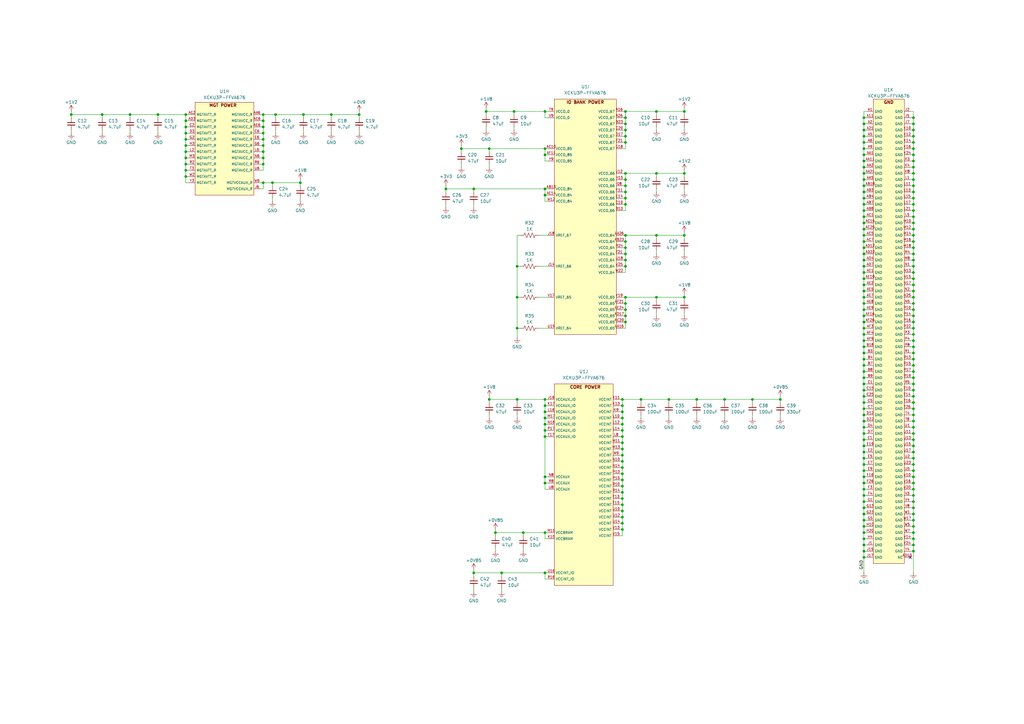
<source format=kicad_sch>
(kicad_sch (version 20231120) (generator "eeschema") (generator_version "8.0")
  (paper "A3")
  (title_block (title "FPGA Power") (date "2024-07-13") (rev "1.0") (company "Drexel University") (comment 1 "Designed by John Hofmeyr"))
  (lib_symbols
    (symbol "Device:C_Small" (pin_numbers hide) (pin_names (offset 0.254) hide)
      (property "Reference" "C" (at 0.254 1.778 0))
      (property "Value" "C_Small" (at 0.254 -2.032 0))
      (symbol "C_Small_1_1"
        (pin passive line (at 0 2.54 270) (length 2.032) (name "~") (number "1"))
        (pin passive line (at 0 -2.54 90) (length 2.032) (name "~") (number "2"))
      )
    )
    (symbol "Device:R_US" (pin_numbers hide) (pin_names (offset 0))
      (property "Reference" "R" (at 2.54 0 90))
      (property "Value" "R_US" (at -2.54 0 90))
      (symbol "R_US_1_1"
        (pin passive line (at 0 3.81 270) (length 1.27) (name "~") (number "1"))
        (pin passive line (at 0 -3.81 90) (length 1.27) (name "~") (number "2"))
      )
    )
    (symbol "FPGA Module:XCKU3P-FFVA676"
      (property "Reference" "U" (at 12.7 3.81 0))
      (property "Value" "XCKU3P-FFVA676" (at 12.7 1.27 0))
      (symbol "XCKU3P-FFVA676_1_0"
        (pin bidirectional line (at -2.54 -58.42 0) (length 2.54) (name "IO_L15P_T2L_N4_AD11P_67") (number "A17"))
        (pin bidirectional line (at -2.54 -55.88 0) (length 2.54) (name "IO_L15N_T2L_N5_AD11N_67") (number "A18"))
        (pin bidirectional line (at -2.54 -50.8 0) (length 2.54) (name "IO_L16N_T2U_N7_QBC_AD3N_67") (number "A19"))
        (pin bidirectional line (at -2.54 -91.44 0) (length 2.54) (name "IO_L8N_T1L_N3_AD5N_67") (number "A20"))
        (pin bidirectional line (at -2.54 -99.06 0) (length 2.54) (name "IO_L7P_T1L_N0_QBC_AD13P_67") (number "A22"))
        (pin bidirectional line (at -2.54 -96.52 0) (length 2.54) (name "IO_L7N_T1L_N1_QBC_AD13N_67") (number "A23"))
        (pin bidirectional line (at -2.54 -134.62 0) (length 2.54) (name "IO_L1P_T0L_N0_DBC_67") (number "A24"))
        (pin bidirectional line (at -2.54 -132.08 0) (length 2.54) (name "IO_L1N_T0L_N1_DBC_67") (number "A25"))
        (pin bidirectional line (at -2.54 -45.72 0) (length 2.54) (name "IO_L17N_T2U_N9_AD10N_67") (number "B16"))
        (pin bidirectional line (at -2.54 -40.64 0) (length 2.54) (name "IO_L18N_T2U_N11_AD2N_67") (number "B17"))
        (pin bidirectional line (at -2.54 -53.34 0) (length 2.54) (name "IO_L16P_T2U_N6_QBC_AD3P_67") (number "B19"))
        (pin bidirectional line (at -2.54 -93.98 0) (length 2.54) (name "IO_L8P_T1L_N2_AD5P_67") (number "B20"))
        (pin bidirectional line (at -2.54 -88.9 0) (length 2.54) (name "IO_L9P_T1L_N4_AD12P_67") (number "B21"))
        (pin bidirectional line (at -2.54 -86.36 0) (length 2.54) (name "IO_L9N_T1L_N5_AD12N_67") (number "B22"))
        (pin bidirectional line (at -2.54 -124.46 0) (length 2.54) (name "IO_L3P_T0L_N4_AD15P_67") (number "B24"))
        (pin bidirectional line (at -2.54 -121.92 0) (length 2.54) (name "IO_L3N_T0L_N5_AD15N_67") (number "B25"))
        (pin bidirectional line (at -2.54 -106.68 0) (length 2.54) (name "IO_L6N_T0U_N11_AD6N_67") (number "B26"))
        (pin bidirectional line (at -2.54 -48.26 0) (length 2.54) (name "IO_L17P_T2U_N8_AD10P_67") (number "C16"))
        (pin bidirectional line (at -2.54 -43.18 0) (length 2.54) (name "IO_L18P_T2U_N10_AD2P_67") (number "C17"))
        (pin bidirectional line (at -2.54 -60.96 0) (length 2.54) (name "IO_L14N_T2L_N3_GC_67") (number "C18"))
        (pin bidirectional line (at -2.54 -66.04 0) (length 2.54) (name "IO_L13N_T2L_N1_GC_QBC_67") (number "C19"))
        (pin bidirectional line (at -2.54 -83.82 0) (length 2.54) (name "IO_L10P_T1U_N6_QBC_AD4P_67") (number "C21"))
        (pin bidirectional line (at -2.54 -81.28 0) (length 2.54) (name "IO_L10N_T1U_N7_QBC_AD4N_67") (number "C22"))
        (pin bidirectional line (at -2.54 -116.84 0) (length 2.54) (name "IO_L4N_T0U_N7_DBC_AD7N_67") (number "C23"))
        (pin bidirectional line (at -2.54 -111.76 0) (length 2.54) (name "IO_L5N_T0U_N9_AD14N_67") (number "C24"))
        (pin bidirectional line (at -2.54 -109.22 0) (length 2.54) (name "IO_L6P_T0U_N10_AD6P_67") (number "C26"))
        (pin bidirectional line (at -2.54 -38.1 0) (length 2.54) (name "IO_T2U_N12_67") (number "D16"))
        (pin bidirectional line (at -2.54 -63.5 0) (length 2.54) (name "IO_L14P_T2L_N2_GC_67") (number "D18"))
        (pin bidirectional line (at -2.54 -68.58 0) (length 2.54) (name "IO_L13P_T2L_N0_GC_QBC_67") (number "D19"))
        (pin bidirectional line (at -2.54 -73.66 0) (length 2.54) (name "IO_L12P_T1U_N10_GC_67") (number "D20"))
        (pin bidirectional line (at -2.54 -71.12 0) (length 2.54) (name "IO_L12N_T1U_N11_GC_67") (number "D21"))
        (pin bidirectional line (at -2.54 -119.38 0) (length 2.54) (name "IO_L4P_T0U_N6_DBC_AD7P_67") (number "D23"))
        (pin bidirectional line (at -2.54 -114.3 0) (length 2.54) (name "IO_L5P_T0U_N8_AD14P_67") (number "D24"))
        (pin bidirectional line (at -2.54 -129.54 0) (length 2.54) (name "IO_L2P_T0L_N2_67") (number "D25"))
        (pin bidirectional line (at -2.54 -127 0) (length 2.54) (name "IO_L2N_T0L_N3_67") (number "D26"))
        (pin bidirectional line (at -2.54 -35.56 0) (length 2.54) (name "IO_T3U_N12_67") (number "E16"))
        (pin bidirectional line (at -2.54 -12.7 0) (length 2.54) (name "IO_L23P_T3U_N8_67") (number "E17"))
        (pin bidirectional line (at -2.54 -10.16 0) (length 2.54) (name "IO_L23N_T3U_N9_67") (number "E18"))
        (pin bidirectional line (at -2.54 -78.74 0) (length 2.54) (name "IO_L11P_T1U_N8_GC_67") (number "E20"))
        (pin bidirectional line (at -2.54 -76.2 0) (length 2.54) (name "IO_L11N_T1U_N9_GC_67") (number "E21"))
        (pin bidirectional line (at -2.54 -101.6 0) (length 2.54) (name "IO_T1U_N12_67") (number "E22"))
        (pin bidirectional line (at -2.54 -104.14 0) (length 2.54) (name "IO_T0U_N12_VRP_67") (number "E23"))
        (pin bidirectional line (at -2.54 -25.4 0) (length 2.54) (name "IO_L20N_T3L_N3_AD1N_67") (number "F17"))
        (pin bidirectional line (at -2.54 -22.86 0) (length 2.54) (name "IO_L21P_T3L_N4_AD8P_67") (number "F18"))
        (pin bidirectional line (at -2.54 -20.32 0) (length 2.54) (name "IO_L21N_T3L_N5_AD8N_67") (number "F19"))
        (pin bidirectional line (at -2.54 -30.48 0) (length 2.54) (name "IO_L19N_T3L_N1_DBC_AD9N_67") (number "F20"))
        (pin bidirectional line (at -2.54 -15.24 0) (length 2.54) (name "IO_L22N_T3U_N7_DBC_AD0N_67") (number "G16"))
        (pin bidirectional line (at -2.54 -27.94 0) (length 2.54) (name "IO_L20P_T3L_N2_AD1P_67") (number "G17"))
        (pin bidirectional line (at -2.54 -33.02 0) (length 2.54) (name "IO_L19P_T3L_N0_DBC_AD9P_67") (number "G19"))
        (pin bidirectional line (at -2.54 -17.78 0) (length 2.54) (name "IO_L22P_T3U_N6_DBC_AD0P_67") (number "H16"))
        (pin bidirectional line (at -2.54 -7.62 0) (length 2.54) (name "IO_L24P_T3U_N10_67") (number "H17"))
        (pin bidirectional line (at -2.54 -5.08 0) (length 2.54) (name "IO_L24N_T3U_N11_67") (number "H18"))
      )
      (symbol "XCKU3P-FFVA676_1_1"
        (text "IO BANK 67" (at 13.97 -1.27 0) (effects (font (size 1.27 1.27) (bold yes))))
      )
      (symbol "XCKU3P-FFVA676_2_0"
        (pin bidirectional line (at -2.54 -40.64 0) (length 2.54) (name "IO_L18N_T2U_N11_AD2N_66") (number "A10"))
        (pin bidirectional line (at -2.54 -106.68 0) (length 2.54) (name "IO_L6N_T0U_N11_AD6N_66") (number "A12"))
        (pin bidirectional line (at -2.54 -109.22 0) (length 2.54) (name "IO_L6P_T0U_N10_AD6P_66") (number "A13"))
        (pin bidirectional line (at -2.54 -116.84 0) (length 2.54) (name "IO_L4N_T0U_N7_DBC_AD7N_66") (number "A14"))
        (pin bidirectional line (at -2.54 -127 0) (length 2.54) (name "IO_L2N_T0L_N3_66") (number "A15"))
        (pin bidirectional line (at -2.54 -43.18 0) (length 2.54) (name "IO_L18P_T2U_N10_AD2P_66") (number "B10"))
        (pin bidirectional line (at -2.54 -50.8 0) (length 2.54) (name "IO_L16N_T2U_N7_QBC_AD3N_66") (number "B11"))
        (pin bidirectional line (at -2.54 -111.76 0) (length 2.54) (name "IO_L5N_T0U_N9_AD14N_66") (number "B12"))
        (pin bidirectional line (at -2.54 -119.38 0) (length 2.54) (name "IO_L4P_T0U_N6_DBC_AD7P_66") (number "B14"))
        (pin bidirectional line (at -2.54 -129.54 0) (length 2.54) (name "IO_L2P_T0L_N2_66") (number "B15"))
        (pin bidirectional line (at -2.54 -53.34 0) (length 2.54) (name "IO_L16P_T2U_N6_QBC_AD3P_66") (number "C11"))
        (pin bidirectional line (at -2.54 -114.3 0) (length 2.54) (name "IO_L5P_T0U_N8_AD14P_66") (number "C12"))
        (pin bidirectional line (at -2.54 -121.92 0) (length 2.54) (name "IO_L3N_T0L_N5_AD15N_66") (number "C13"))
        (pin bidirectional line (at -2.54 -132.08 0) (length 2.54) (name "IO_L1N_T0L_N1_DBC_66") (number "C14"))
        (pin bidirectional line (at -2.54 -55.88 0) (length 2.54) (name "IO_L15N_T2L_N5_AD11N_66") (number "C8"))
        (pin bidirectional line (at -2.54 -58.42 0) (length 2.54) (name "IO_L15P_T2L_N4_AD11P_66") (number "C9"))
        (pin bidirectional line (at -2.54 -66.04 0) (length 2.54) (name "IO_L13N_T2L_N1_GC_QBC_66") (number "D10"))
        (pin bidirectional line (at -2.54 -60.96 0) (length 2.54) (name "IO_L14N_T2L_N3_GC_66") (number "D11"))
        (pin bidirectional line (at -2.54 -124.46 0) (length 2.54) (name "IO_L3P_T0L_N4_AD15P_66") (number "D13"))
        (pin bidirectional line (at -2.54 -134.62 0) (length 2.54) (name "IO_L1P_T0L_N0_DBC_66") (number "D14"))
        (pin bidirectional line (at -2.54 -104.14 0) (length 2.54) (name "IO_T0U_N12_VRP_66") (number "D15"))
        (pin bidirectional line (at -2.54 -45.72 0) (length 2.54) (name "IO_L17N_T2U_N9_AD10N_66") (number "D8"))
        (pin bidirectional line (at -2.54 -38.1 0) (length 2.54) (name "IO_T2U_N12_66") (number "D9"))
        (pin bidirectional line (at -2.54 -68.58 0) (length 2.54) (name "IO_L13P_T2L_N0_GC_QBC_66") (number "E10"))
        (pin bidirectional line (at -2.54 -63.5 0) (length 2.54) (name "IO_L14P_T2L_N2_GC_66") (number "E11"))
        (pin bidirectional line (at -2.54 -71.12 0) (length 2.54) (name "IO_L12N_T1U_N11_GC_66") (number "E12"))
        (pin bidirectional line (at -2.54 -73.66 0) (length 2.54) (name "IO_L12P_T1U_N10_GC_66") (number "E13"))
        (pin bidirectional line (at -2.54 -101.6 0) (length 2.54) (name "IO_T1U_N12_66") (number "E15"))
        (pin bidirectional line (at -2.54 -48.26 0) (length 2.54) (name "IO_L17P_T2U_N8_AD10P_66") (number "E8"))
        (pin bidirectional line (at -2.54 -15.24 0) (length 2.54) (name "IO_L22N_T3U_N7_DBC_AD0N_66") (number "F10"))
        (pin bidirectional line (at -2.54 -76.2 0) (length 2.54) (name "IO_L11N_T1U_N9_GC_66") (number "F12"))
        (pin bidirectional line (at -2.54 -81.28 0) (length 2.54) (name "IO_L10N_T1U_N7_QBC_AD4N_66") (number "F13"))
        (pin bidirectional line (at -2.54 -83.82 0) (length 2.54) (name "IO_L10P_T1U_N6_QBC_AD4P_66") (number "F14"))
        (pin bidirectional line (at -2.54 -91.44 0) (length 2.54) (name "IO_L8N_T1L_N3_AD5N_66") (number "F15"))
        (pin bidirectional line (at -2.54 -25.4 0) (length 2.54) (name "IO_L20N_T3L_N3_AD1N_66") (number "F8"))
        (pin bidirectional line (at -2.54 -27.94 0) (length 2.54) (name "IO_L20P_T3L_N2_AD1P_66") (number "F9"))
        (pin bidirectional line (at -2.54 -7.62 0) (length 2.54) (name "IO_L24P_T3U_N10_66") (number "G10"))
        (pin bidirectional line (at -2.54 -17.78 0) (length 2.54) (name "IO_L22P_T3U_N6_DBC_AD0P_66") (number "G11"))
        (pin bidirectional line (at -2.54 -78.74 0) (length 2.54) (name "IO_L11P_T1U_N8_GC_66") (number "G12"))
        (pin bidirectional line (at -2.54 -96.52 0) (length 2.54) (name "IO_L7N_T1L_N1_QBC_AD13N_66") (number "G14"))
        (pin bidirectional line (at -2.54 -93.98 0) (length 2.54) (name "IO_L8P_T1L_N2_AD5P_66") (number "G15"))
        (pin bidirectional line (at -2.54 -5.08 0) (length 2.54) (name "IO_L24N_T3U_N11_66") (number "G9"))
        (pin bidirectional line (at -2.54 -10.16 0) (length 2.54) (name "IO_L23N_T3U_N9_66") (number "H11"))
        (pin bidirectional line (at -2.54 -35.56 0) (length 2.54) (name "IO_T3U_N12_66") (number "H12"))
        (pin bidirectional line (at -2.54 -86.36 0) (length 2.54) (name "IO_L9N_T1L_N5_AD12N_66") (number "H13"))
        (pin bidirectional line (at -2.54 -99.06 0) (length 2.54) (name "IO_L7P_T1L_N0_QBC_AD13P_66") (number "H14"))
        (pin bidirectional line (at -2.54 -30.48 0) (length 2.54) (name "IO_L19N_T3L_N1_DBC_AD9N_66") (number "H8"))
        (pin bidirectional line (at -2.54 -33.02 0) (length 2.54) (name "IO_L19P_T3L_N0_DBC_AD9P_66") (number "H9"))
        (pin bidirectional line (at -2.54 -22.86 0) (length 2.54) (name "IO_L21P_T3L_N4_AD8P_66") (number "J10"))
        (pin bidirectional line (at -2.54 -12.7 0) (length 2.54) (name "IO_L23P_T3U_N8_66") (number "J11"))
        (pin bidirectional line (at -2.54 -88.9 0) (length 2.54) (name "IO_L9P_T1L_N4_AD12P_66") (number "J13"))
        (pin bidirectional line (at -2.54 -20.32 0) (length 2.54) (name "IO_L21N_T3L_N5_AD8N_66") (number "J9"))
      )
      (symbol "XCKU3P-FFVA676_2_1"
        (text "IO BANK 66\n" (at 13.97 -1.27 0) (effects (font (size 1.27 1.27) (bold yes))))
      )
      (symbol "XCKU3P-FFVA676_3_0"
        (pin bidirectional line (at -2.54 -109.22 0) (length 2.54) (name "IO_T1U_N12_SMBALERT_65") (number "AA17"))
        (pin bidirectional line (at -2.54 -38.1 0) (length 2.54) (name "IO_T2U_N12_CSI_ADV_B_65") (number "AA18"))
        (pin bidirectional line (at -2.54 -68.58 0) (length 2.54) (name "IO_L13P_T2L_N0_GC_QBC_A06_D22_65") (number "AA19"))
        (pin bidirectional line (at -2.54 -66.04 0) (length 2.54) (name "IO_L13N_T2L_N1_GC_QBC_A07_D23_65") (number "AA20"))
        (pin bidirectional line (at -2.54 -106.68 0) (length 2.54) (name "IO_T0U_N12_VRP_A28_65") (number "AB16"))
        (pin bidirectional line (at -2.54 -81.28 0) (length 2.54) (name "IO_L2P_T0L_N2_FOE_B_65") (number "AB17"))
        (pin bidirectional line (at -2.54 -63.5 0) (length 2.54) (name "IO_L14P_T2L_N2_GC_A04_D20_65") (number "AB19"))
        (pin bidirectional line (at -2.54 -60.96 0) (length 2.54) (name "IO_L14N_T2L_N3_GC_A05_D21_65") (number "AB20"))
        (pin bidirectional line (at -2.54 -48.26 0) (length 2.54) (name "IO_L17P_T2U_N8_AD10P_D14_65") (number "AB21"))
        (pin bidirectional line (at -2.54 -76.2 0) (length 2.54) (name "IO_L1P_T0L_N0_DBC_RS0_65") (number "AC16"))
        (pin bidirectional line (at -2.54 -83.82 0) (length 2.54) (name "IO_L2N_T0L_N3_FWE_FCS2_B_65") (number "AC17"))
        (pin bidirectional line (at -2.54 -96.52 0) (length 2.54) (name "IO_L5P_T0U_N8_AD14P_A22_65") (number "AC18"))
        (pin bidirectional line (at -2.54 -58.42 0) (length 2.54) (name "IO_L15P_T2L_N4_AD11P_A02_D18_65") (number "AC19"))
        (pin bidirectional line (at -2.54 -45.72 0) (length 2.54) (name "IO_L17N_T2U_N9_AD10N_D15_65") (number "AC21"))
        (pin bidirectional line (at -2.54 -35.56 0) (length 2.54) (name "IO_T3U_N12_PERSTN0_65") (number "AC22"))
        (pin bidirectional line (at -2.54 -78.74 0) (length 2.54) (name "IO_L1N_T0L_N1_DBC_RS1_65") (number "AD16"))
        (pin bidirectional line (at -2.54 -99.06 0) (length 2.54) (name "IO_L5N_T0U_N9_AD14N_A23_65") (number "AD18"))
        (pin bidirectional line (at -2.54 -55.88 0) (length 2.54) (name "IO_L15N_T2L_N5_AD11N_A03_D19_65") (number "AD19"))
        (pin bidirectional line (at -2.54 -43.18 0) (length 2.54) (name "IO_L18P_T2U_N10_AD2P_D12_65") (number "AD20"))
        (pin bidirectional line (at -2.54 -40.64 0) (length 2.54) (name "IO_L18N_T2U_N11_AD2N_D13_65") (number "AD21"))
        (pin bidirectional line (at -2.54 -12.7 0) (length 2.54) (name "IO_L23P_T3U_N8_I2C_SCLK_65") (number "AD23"))
        (pin bidirectional line (at -2.54 -7.62 0) (length 2.54) (name "IO_L24P_T3U_N10_EMCCLK_65") (number "AD24"))
        (pin bidirectional line (at -2.54 -5.08 0) (length 2.54) (name "IO_L24N_T3U_N11_DOUT_CSO_B_65") (number "AD25"))
        (pin bidirectional line (at -2.54 -17.78 0) (length 2.54) (name "IO_L22P_T3U_N6_DBC_AD0P_D04_65") (number "AD26"))
        (pin bidirectional line (at -2.54 -86.36 0) (length 2.54) (name "IO_L3P_T0L_N4_AD15P_A26_65") (number "AE17"))
        (pin bidirectional line (at -2.54 -88.9 0) (length 2.54) (name "IO_L3N_T0L_N5_AD15N_A27_65") (number "AE18"))
        (pin bidirectional line (at -2.54 -53.34 0) (length 2.54) (name "IO_L16P_T2U_N6_QBC_AD3P_A00_D16_65") (number "AE20"))
        (pin bidirectional line (at -2.54 -50.8 0) (length 2.54) (name "IO_L16N_T2U_N7_QBC_AD3N_A01_D17_65") (number "AE21"))
        (pin bidirectional line (at -2.54 -33.02 0) (length 2.54) (name "IO_L19P_T3L_N0_DBC_AD9P_D10_65") (number "AE22"))
        (pin bidirectional line (at -2.54 -10.16 0) (length 2.54) (name "IO_L23N_T3U_N9_PERSTN1_I2C_SDA_65") (number "AE23"))
        (pin bidirectional line (at -2.54 -27.94 0) (length 2.54) (name "IO_L20P_T3L_N2_AD1P_D08_65") (number "AE25"))
        (pin bidirectional line (at -2.54 -15.24 0) (length 2.54) (name "IO_L22N_T3U_N7_DBC_AD0N_D05_65") (number "AE26"))
        (pin bidirectional line (at -2.54 -101.6 0) (length 2.54) (name "IO_L6P_T0U_N10_AD6P_A20_65") (number "AF17"))
        (pin bidirectional line (at -2.54 -104.14 0) (length 2.54) (name "IO_L6N_T0U_N11_AD6N_A21_65") (number "AF18"))
        (pin bidirectional line (at -2.54 -91.44 0) (length 2.54) (name "IO_L4P_T0U_N6_DBC_AD7P_A24_65") (number "AF19"))
        (pin bidirectional line (at -2.54 -93.98 0) (length 2.54) (name "IO_L4N_T0U_N7_DBC_AD7N_A25_65") (number "AF20"))
        (pin bidirectional line (at -2.54 -30.48 0) (length 2.54) (name "IO_L19N_T3L_N1_DBC_AD9N_D11_65") (number "AF22"))
        (pin bidirectional line (at -2.54 -22.86 0) (length 2.54) (name "IO_L21P_T3L_N4_AD8P_D06_65") (number "AF23"))
        (pin bidirectional line (at -2.54 -20.32 0) (length 2.54) (name "IO_L21N_T3L_N5_AD8N_D07_65") (number "AF24"))
        (pin bidirectional line (at -2.54 -25.4 0) (length 2.54) (name "IO_L20N_T3L_N3_AD1N_D09_65") (number "AF25"))
        (pin bidirectional line (at -2.54 -127 0) (length 2.54) (name "IO_L10P_T1U_N6_QBC_AD4P_A12_D28_65") (number "V18"))
        (pin bidirectional line (at -2.54 -129.54 0) (length 2.54) (name "IO_L10N_T1U_N7_QBC_AD4N_A13_D29_65") (number "V19"))
        (pin bidirectional line (at -2.54 -111.76 0) (length 2.54) (name "IO_L7P_T1L_N0_QBC_AD13P_A18_65") (number "W16"))
        (pin bidirectional line (at -2.54 -121.92 0) (length 2.54) (name "IO_L9P_T1L_N4_AD12P_A14_D30_65") (number "W18"))
        (pin bidirectional line (at -2.54 -124.46 0) (length 2.54) (name "IO_L9N_T1L_N5_AD12N_A15_D31_65") (number "W19"))
        (pin bidirectional line (at -2.54 -73.66 0) (length 2.54) (name "IO_L12P_T1U_N10_GC_A08_D24_65") (number "W20"))
        (pin bidirectional line (at -2.54 -116.84 0) (length 2.54) (name "IO_L8P_T1L_N2_AD5P_A16_65") (number "W21"))
        (pin bidirectional line (at -2.54 -114.3 0) (length 2.54) (name "IO_L7N_T1L_N1_QBC_AD13N_A19_65") (number "Y16"))
        (pin bidirectional line (at -2.54 -132.08 0) (length 2.54) (name "IO_L11P_T1U_N8_GC_A10_D26_65") (number "Y17"))
        (pin bidirectional line (at -2.54 -134.62 0) (length 2.54) (name "IO_L11N_T1U_N9_GC_A11_D27_65") (number "Y18"))
        (pin bidirectional line (at -2.54 -71.12 0) (length 2.54) (name "IO_L12N_T1U_N11_GC_A09_D25_65") (number "Y20"))
        (pin bidirectional line (at -2.54 -119.38 0) (length 2.54) (name "IO_L8N_T1L_N3_AD5N_A17_65") (number "Y21"))
      )
      (symbol "XCKU3P-FFVA676_3_1"
        (text "IO BANK 65\n" (at 16.51 -1.27 0) (effects (font (size 1.27 1.27) (bold yes))))
      )
      (symbol "XCKU3P-FFVA676_4_0"
        (pin bidirectional line (at -2.54 -15.24 0) (length 2.54) (name "IO_L3P_T0L_N4_AD15P_64") (number "AA22"))
        (pin bidirectional line (at -2.54 -27.94 0) (length 2.54) (name "IO_L5N_T0U_N9_AD14N_64") (number "AA23"))
        (pin bidirectional line (at -2.54 -5.08 0) (length 2.54) (name "IO_L1P_T0L_N0_DBC_64") (number "AA24"))
        (pin bidirectional line (at -2.54 -20.32 0) (length 2.54) (name "IO_L4P_T0U_N6_DBC_AD7P_64") (number "AA25"))
        (pin bidirectional line (at -2.54 -17.78 0) (length 2.54) (name "IO_L3N_T0L_N5_AD15N_64") (number "AB22"))
        (pin bidirectional line (at -2.54 -7.62 0) (length 2.54) (name "IO_L1N_T0L_N1_DBC_64") (number "AB24"))
        (pin bidirectional line (at -2.54 -22.86 0) (length 2.54) (name "IO_L4N_T0U_N7_DBC_AD7N_64") (number "AB25"))
        (pin bidirectional line (at -2.54 -10.16 0) (length 2.54) (name "IO_L2P_T0L_N2_64") (number "AB26"))
        (pin bidirectional line (at -2.54 -30.48 0) (length 2.54) (name "IO_L6P_T0U_N10_AD6P_64") (number "AC23"))
        (pin bidirectional line (at -2.54 -33.02 0) (length 2.54) (name "IO_L6N_T0U_N11_AD6N_64") (number "AC24"))
        (pin bidirectional line (at -2.54 -12.7 0) (length 2.54) (name "IO_L2N_T0L_N3_64") (number "AC26"))
        (pin bidirectional line (at -2.54 -116.84 0) (length 2.54) (name "IO_L21P_T3L_N4_AD8P_64") (number "P18"))
        (pin bidirectional line (at -2.54 -119.38 0) (length 2.54) (name "IO_L21N_T3L_N5_AD8N_64") (number "P19"))
        (pin bidirectional line (at -2.54 -127 0) (length 2.54) (name "IO_L23P_T3U_N8_64") (number "P20"))
        (pin bidirectional line (at -2.54 -111.76 0) (length 2.54) (name "IO_L20P_T3L_N2_AD1P_64") (number "P21"))
        (pin bidirectional line (at -2.54 -91.44 0) (length 2.54) (name "IO_L17P_T2U_N8_AD10P_64") (number "P23"))
        (pin bidirectional line (at -2.54 -93.98 0) (length 2.54) (name "IO_L17N_T2U_N9_AD10N_64") (number "P24"))
        (pin bidirectional line (at -2.54 -96.52 0) (length 2.54) (name "IO_L18P_T2U_N10_AD2P_64") (number "P25"))
        (pin bidirectional line (at -2.54 -81.28 0) (length 2.54) (name "IO_L15P_T2L_N4_AD11P_64") (number "P26"))
        (pin bidirectional line (at -2.54 -106.68 0) (length 2.54) (name "IO_L19P_T3L_N0_DBC_AD9P_64") (number "R18"))
        (pin bidirectional line (at -2.54 -129.54 0) (length 2.54) (name "IO_L23N_T3U_N9_64") (number "R20"))
        (pin bidirectional line (at -2.54 -114.3 0) (length 2.54) (name "IO_L20N_T3L_N3_AD1N_64") (number "R21"))
        (pin bidirectional line (at -2.54 -86.36 0) (length 2.54) (name "IO_L16P_T2U_N6_QBC_AD3P_64") (number "R22"))
        (pin bidirectional line (at -2.54 -88.9 0) (length 2.54) (name "IO_L16N_T2U_N7_QBC_AD3N_64") (number "R23"))
        (pin bidirectional line (at -2.54 -99.06 0) (length 2.54) (name "IO_L18N_T2U_N11_AD2N_64") (number "R25"))
        (pin bidirectional line (at -2.54 -83.82 0) (length 2.54) (name "IO_L15N_T2L_N5_AD11N_64") (number "R26"))
        (pin bidirectional line (at -2.54 -109.22 0) (length 2.54) (name "IO_L19N_T3L_N1_DBC_AD9N_64") (number "T18"))
        (pin bidirectional line (at -2.54 -121.92 0) (length 2.54) (name "IO_L22P_T3U_N6_DBC_AD0P_64") (number "T19"))
        (pin bidirectional line (at -2.54 -124.46 0) (length 2.54) (name "IO_L22N_T3U_N7_DBC_AD0N_64") (number "T20"))
        (pin bidirectional line (at -2.54 -76.2 0) (length 2.54) (name "IO_L14P_T2L_N2_GC_64") (number "T22"))
        (pin bidirectional line (at -2.54 -71.12 0) (length 2.54) (name "IO_L13P_T2L_N0_GC_QBC_64") (number "T23"))
        (pin bidirectional line (at -2.54 -73.66 0) (length 2.54) (name "IO_L13N_T2L_N1_GC_QBC_64") (number "T24"))
        (pin bidirectional line (at -2.54 -101.6 0) (length 2.54) (name "IO_T2U_N12_64") (number "T25"))
        (pin bidirectional line (at -2.54 -132.08 0) (length 2.54) (name "IO_L24P_T3U_N10_64") (number "U20"))
        (pin bidirectional line (at -2.54 -134.62 0) (length 2.54) (name "IO_L24N_T3U_N11_64") (number "U21"))
        (pin bidirectional line (at -2.54 -78.74 0) (length 2.54) (name "IO_L14N_T2L_N3_GC_64") (number "U22"))
        (pin bidirectional line (at -2.54 -60.96 0) (length 2.54) (name "IO_L11P_T1U_N8_GC_64") (number "U24"))
        (pin bidirectional line (at -2.54 -38.1 0) (length 2.54) (name "IO_T1U_N12_64") (number "U25"))
        (pin bidirectional line (at -2.54 -55.88 0) (length 2.54) (name "IO_L10P_T1U_N6_QBC_AD4P_64") (number "U26"))
        (pin bidirectional line (at -2.54 -104.14 0) (length 2.54) (name "IO_T3U_N12_64") (number "V21"))
        (pin bidirectional line (at -2.54 -66.04 0) (length 2.54) (name "IO_L12P_T1U_N10_GC_64") (number "V22"))
        (pin bidirectional line (at -2.54 -68.58 0) (length 2.54) (name "IO_L12N_T1U_N11_GC_64") (number "V23"))
        (pin bidirectional line (at -2.54 -63.5 0) (length 2.54) (name "IO_L11N_T1U_N9_GC_64") (number "V24"))
        (pin bidirectional line (at -2.54 -58.42 0) (length 2.54) (name "IO_L10N_T1U_N7_QBC_AD4N_64") (number "V26"))
        (pin bidirectional line (at -2.54 -40.64 0) (length 2.54) (name "IO_L7P_T1L_N0_QBC_AD13P_64") (number "W23"))
        (pin bidirectional line (at -2.54 -43.18 0) (length 2.54) (name "IO_L7N_T1L_N1_QBC_AD13N_64") (number "W24"))
        (pin bidirectional line (at -2.54 -45.72 0) (length 2.54) (name "IO_L8P_T1L_N2_AD5P_64") (number "W25"))
        (pin bidirectional line (at -2.54 -48.26 0) (length 2.54) (name "IO_L8N_T1L_N3_AD5N_64") (number "W26"))
        (pin bidirectional line (at -2.54 -35.56 0) (length 2.54) (name "IO_T0U_N12_VRP_64") (number "Y22"))
        (pin bidirectional line (at -2.54 -25.4 0) (length 2.54) (name "IO_L5P_T0U_N8_AD14P_64") (number "Y23"))
        (pin bidirectional line (at -2.54 -50.8 0) (length 2.54) (name "IO_L9P_T1L_N4_AD12P_64") (number "Y25"))
        (pin bidirectional line (at -2.54 -53.34 0) (length 2.54) (name "IO_L9N_T1L_N5_AD12N_64") (number "Y26"))
      )
      (symbol "XCKU3P-FFVA676_4_1"
        (text "IO BANK 64\n" (at 13.97 -1.27 0) (effects (font (size 1.27 1.27) (bold yes))))
      )
      (symbol "XCKU3P-FFVA676_5_0"
        (pin bidirectional line (at -2.54 -35.56 0) (length 2.54) (name "IO_L7P_HDGC_85") (number "AA10"))
        (pin bidirectional line (at -2.54 -48.26 0) (length 2.54) (name "IO_L9N_AD11N_85") (number "AA8"))
        (pin bidirectional line (at -2.54 -38.1 0) (length 2.54) (name "IO_L7N_HDGC_85") (number "AA9"))
        (pin bidirectional line (at -2.54 -30.48 0) (length 2.54) (name "IO_L6P_HDGC_85") (number "AB10"))
        (pin bidirectional line (at -2.54 -33.02 0) (length 2.54) (name "IO_L6N_HDGC_85") (number "AB9"))
        (pin bidirectional line (at -2.54 -7.62 0) (length 2.54) (name "IO_L1N_AD15N_85") (number "AC11"))
        (pin bidirectional line (at -2.54 -5.08 0) (length 2.54) (name "IO_L1P_AD15P_85") (number "AC12"))
        (pin bidirectional line (at -2.54 -25.4 0) (length 2.54) (name "IO_L5P_HDGC_85") (number "AC8"))
        (pin bidirectional line (at -2.54 -15.24 0) (length 2.54) (name "IO_L3P_AD13P_85") (number "AC9"))
        (pin bidirectional line (at -2.54 -10.16 0) (length 2.54) (name "IO_L2P_AD14P_85") (number "AD11"))
        (pin bidirectional line (at -2.54 -27.94 0) (length 2.54) (name "IO_L5N_HDGC_85") (number "AD8"))
        (pin bidirectional line (at -2.54 -17.78 0) (length 2.54) (name "IO_L3N_AD13N_85") (number "AD9"))
        (pin bidirectional line (at -2.54 -20.32 0) (length 2.54) (name "IO_L4P_AD12P_85") (number "AE10"))
        (pin bidirectional line (at -2.54 -12.7 0) (length 2.54) (name "IO_L2N_AD14N_85") (number "AE11"))
        (pin bidirectional line (at -2.54 -22.86 0) (length 2.54) (name "IO_L4N_AD12N_85") (number "AF10"))
        (pin bidirectional line (at -2.54 -53.34 0) (length 2.54) (name "IO_L10N_AD10N_85") (number "V11"))
        (pin bidirectional line (at -2.54 -50.8 0) (length 2.54) (name "IO_L10P_AD10P_85") (number "V12"))
        (pin bidirectional line (at -2.54 -63.5 0) (length 2.54) (name "IO_L12N_AD8N_85") (number "W10"))
        (pin bidirectional line (at -2.54 -60.96 0) (length 2.54) (name "IO_L12P_AD8P_85") (number "W11"))
        (pin bidirectional line (at -2.54 -58.42 0) (length 2.54) (name "IO_L11N_AD9N_85") (number "W8"))
        (pin bidirectional line (at -2.54 -55.88 0) (length 2.54) (name "IO_L11P_AD9P_85") (number "W9"))
        (pin bidirectional line (at -2.54 -43.18 0) (length 2.54) (name "IO_L8N_HDGC_85") (number "Y10"))
        (pin bidirectional line (at -2.54 -40.64 0) (length 2.54) (name "IO_L8P_HDGC_85") (number "Y11"))
        (pin bidirectional line (at -2.54 -45.72 0) (length 2.54) (name "IO_L9P_AD11P_85") (number "Y8"))
      )
      (symbol "XCKU3P-FFVA676_5_1"
        (text "IO BANK 85" (at 12.7 -1.27 0) (effects (font (size 1.27 1.27) (bold yes))))
      )
      (symbol "XCKU3P-FFVA676_6_0"
        (pin bidirectional line (at -2.54 -58.42 0) (length 2.54) (name "IO_L11N_AD1N_84") (number "AA12"))
        (pin bidirectional line (at -2.54 -55.88 0) (length 2.54) (name "IO_L11P_AD1P_84") (number "AA13"))
        (pin bidirectional line (at -2.54 -45.72 0) (length 2.54) (name "IO_L9P_AD3P_84") (number "AA14"))
        (pin bidirectional line (at -2.54 -35.56 0) (length 2.54) (name "IO_L7P_HDGC_AD5P_84") (number "AA15"))
        (pin bidirectional line (at -2.54 -63.5 0) (length 2.54) (name "IO_L12N_AD0N_84") (number "AB11"))
        (pin bidirectional line (at -2.54 -60.96 0) (length 2.54) (name "IO_L12P_AD0P_84") (number "AB12"))
        (pin bidirectional line (at -2.54 -48.26 0) (length 2.54) (name "IO_L9N_AD3N_84") (number "AB14"))
        (pin bidirectional line (at -2.54 -38.1 0) (length 2.54) (name "IO_L7N_HDGC_AD5N_84") (number "AB15"))
        (pin bidirectional line (at -2.54 -27.94 0) (length 2.54) (name "IO_L5N_HDGC_AD7N_84") (number "AC13"))
        (pin bidirectional line (at -2.54 -25.4 0) (length 2.54) (name "IO_L5P_HDGC_AD7P_84") (number "AC14"))
        (pin bidirectional line (at -2.54 -33.02 0) (length 2.54) (name "IO_L6N_HDGC_AD6N_84") (number "AD13"))
        (pin bidirectional line (at -2.54 -30.48 0) (length 2.54) (name "IO_L6P_HDGC_AD6P_84") (number "AD14"))
        (pin bidirectional line (at -2.54 -15.24 0) (length 2.54) (name "IO_L3P_AD9P_84") (number "AD15"))
        (pin bidirectional line (at -2.54 -20.32 0) (length 2.54) (name "IO_L4P_AD8P_84") (number "AE12"))
        (pin bidirectional line (at -2.54 -17.78 0) (length 2.54) (name "IO_L3N_AD9N_84") (number "AE15"))
        (pin bidirectional line (at -2.54 -5.08 0) (length 2.54) (name "IO_L1P_AD11P_84") (number "AE16"))
        (pin bidirectional line (at -2.54 -22.86 0) (length 2.54) (name "IO_L4N_AD8N_84") (number "AF12"))
        (pin bidirectional line (at -2.54 -12.7 0) (length 2.54) (name "IO_L2N_AD10N_84") (number "AF13"))
        (pin bidirectional line (at -2.54 -10.16 0) (length 2.54) (name "IO_L2P_AD10P_84") (number "AF14"))
        (pin bidirectional line (at -2.54 -7.62 0) (length 2.54) (name "IO_L1N_AD11N_84") (number "AF15"))
        (pin bidirectional line (at -2.54 -53.34 0) (length 2.54) (name "IO_L10N_AD2N_84") (number "W13"))
        (pin bidirectional line (at -2.54 -50.8 0) (length 2.54) (name "IO_L10P_AD2P_84") (number "W14"))
        (pin bidirectional line (at -2.54 -40.64 0) (length 2.54) (name "IO_L8P_HDGC_AD4P_84") (number "W15"))
        (pin bidirectional line (at -2.54 -43.18 0) (length 2.54) (name "IO_L8N_HDGC_AD4N_84") (number "Y15"))
      )
      (symbol "XCKU3P-FFVA676_6_1"
        (text "IO BANK 84" (at 12.7 -1.27 0) (effects (font (size 1.27 1.27) (bold yes))))
      )
      (symbol "XCKU3P-FFVA676_7_0"
        (pin input line (at -2.54 -121.92 0) (length 2.54) (name "MGTYRXN3_227") (number "A3"))
        (pin input line (at -2.54 -111.76 0) (length 2.54) (name "MGTYRXP3_227") (number "A4"))
        (pin output line (at 55.88 -114.3 180) (length 2.54) (name "MGTYTXN3_227") (number "A7"))
        (pin output line (at 55.88 -124.46 180) (length 2.54) (name "MGTYTXP3_227") (number "A8"))
        (pin output line (at 55.88 -38.1 180) (length 2.54) (name "MGTYTXN0_225") (number "AA3"))
        (pin output line (at 55.88 -48.26 180) (length 2.54) (name "MGTYTXP0_225") (number "AA4"))
        (pin input line (at -2.54 -12.7 0) (length 2.54) (name "MGTYRXN3_224") (number "AB1"))
        (pin input line (at -2.54 -22.86 0) (length 2.54) (name "MGTYRXP3_224") (number "AB2"))
        (pin output line (at 55.88 -12.7 180) (length 2.54) (name "MGTYTXN3_224") (number "AB5"))
        (pin output line (at 55.88 -22.86 180) (length 2.54) (name "MGTYTXP3_224") (number "AB6"))
        (pin output line (at 55.88 -10.16 180) (length 2.54) (name "MGTYTXN2_224") (number "AC3"))
        (pin output line (at 55.88 -20.32 180) (length 2.54) (name "MGTYTXP2_224") (number "AC4"))
        (pin input line (at -2.54 -10.16 0) (length 2.54) (name "MGTYRXN2_224") (number "AD1"))
        (pin input line (at -2.54 -20.32 0) (length 2.54) (name "MGTYRXP2_224") (number "AD2"))
        (pin output line (at 55.88 -7.62 180) (length 2.54) (name "MGTYTXN1_224") (number "AD5"))
        (pin output line (at 55.88 -17.78 180) (length 2.54) (name "MGTYTXP1_224") (number "AD6"))
        (pin input line (at -2.54 -7.62 0) (length 2.54) (name "MGTYRXN1_224") (number "AE3"))
        (pin input line (at -2.54 -17.78 0) (length 2.54) (name "MGTYRXP1_224") (number "AE4"))
        (pin input line (at -2.54 -5.08 0) (length 2.54) (name "MGTYRXN0_224") (number "AF1"))
        (pin input line (at -2.54 -15.24 0) (length 2.54) (name "MGTYRXP0_224") (number "AF2"))
        (pin output line (at 55.88 -5.08 180) (length 2.54) (name "MGTYTXN0_224") (number "AF5"))
        (pin output line (at 55.88 -15.24 180) (length 2.54) (name "MGTYTXP0_224") (number "AF6"))
        (pin input line (at -2.54 -134.62 0) (length 2.54) (name "MGTRREF_R") (number "AF7"))
        (pin bidirectional line (at 55.88 -139.7 180) (length 2.54) (name "MGTAVTTRCAL_R") (number "AF8"))
        (pin input line (at -2.54 -119.38 0) (length 2.54) (name "MGTYRXN2_227") (number "B1"))
        (pin input line (at -2.54 -109.22 0) (length 2.54) (name "MGTYRXP2_227") (number "B2"))
        (pin output line (at 55.88 -111.76 180) (length 2.54) (name "MGTYTXN2_227") (number "B5"))
        (pin output line (at 55.88 -121.92 180) (length 2.54) (name "MGTYTXP2_227") (number "B6"))
        (pin input line (at -2.54 -116.84 0) (length 2.54) (name "MGTYRXN1_227") (number "C3"))
        (pin input line (at -2.54 -106.68 0) (length 2.54) (name "MGTYRXP1_227") (number "C4"))
        (pin input line (at -2.54 -114.3 0) (length 2.54) (name "MGTYRXN0_227") (number "D1"))
        (pin input line (at -2.54 -104.14 0) (length 2.54) (name "MGTYRXP0_227") (number "D2"))
        (pin output line (at 55.88 -109.22 180) (length 2.54) (name "MGTYTXN1_227") (number "D5"))
        (pin output line (at 55.88 -119.38 180) (length 2.54) (name "MGTYTXP1_227") (number "D6"))
        (pin output line (at 55.88 -106.68 180) (length 2.54) (name "MGTYTXN0_227") (number "E3"))
        (pin output line (at 55.88 -116.84 180) (length 2.54) (name "MGTYTXP0_227") (number "E4"))
        (pin input line (at -2.54 -88.9 0) (length 2.54) (name "MGTYRXN3_226") (number "F1"))
        (pin input line (at -2.54 -78.74 0) (length 2.54) (name "MGTYRXP3_226") (number "F2"))
        (pin input line (at -2.54 -127 0) (length 2.54) (name "MGTREFCLK1N_227") (number "F5"))
        (pin input line (at -2.54 -124.46 0) (length 2.54) (name "MGTREFCLK1P_227") (number "F6"))
        (pin output line (at 55.88 -76.2 180) (length 2.54) (name "MGTYTXN3_226") (number "G3"))
        (pin output line (at 55.88 -86.36 180) (length 2.54) (name "MGTYTXP3_226") (number "G4"))
        (pin input line (at -2.54 -86.36 0) (length 2.54) (name "MGTYRXN2_226") (number "H1"))
        (pin input line (at -2.54 -76.2 0) (length 2.54) (name "MGTYRXP2_226") (number "H2"))
        (pin input line (at -2.54 -132.08 0) (length 2.54) (name "MGTREFCLK0N_227") (number "H5"))
        (pin input line (at -2.54 -129.54 0) (length 2.54) (name "MGTREFCLK0P_227") (number "H6"))
        (pin output line (at 55.88 -73.66 180) (length 2.54) (name "MGTYTXN2_226") (number "J3"))
        (pin output line (at 55.88 -83.82 180) (length 2.54) (name "MGTYTXP2_226") (number "J4"))
        (pin input line (at -2.54 -83.82 0) (length 2.54) (name "MGTYRXN1_226") (number "K1"))
        (pin input line (at -2.54 -73.66 0) (length 2.54) (name "MGTYRXP1_226") (number "K2"))
        (pin input line (at -2.54 -93.98 0) (length 2.54) (name "MGTREFCLK1N_226") (number "K5"))
        (pin input line (at -2.54 -91.44 0) (length 2.54) (name "MGTREFCLK1P_226") (number "K6"))
        (pin output line (at 55.88 -71.12 180) (length 2.54) (name "MGTYTXN1_226") (number "L3"))
        (pin output line (at 55.88 -81.28 180) (length 2.54) (name "MGTYTXP1_226") (number "L4"))
        (pin input line (at -2.54 -81.28 0) (length 2.54) (name "MGTYRXN0_226") (number "M1"))
        (pin input line (at -2.54 -71.12 0) (length 2.54) (name "MGTYRXP0_226") (number "M2"))
        (pin input line (at -2.54 -99.06 0) (length 2.54) (name "MGTREFCLK0N_226") (number "M5"))
        (pin input line (at -2.54 -96.52 0) (length 2.54) (name "MGTREFCLK0P_226") (number "M6"))
        (pin output line (at 55.88 -68.58 180) (length 2.54) (name "MGTYTXN0_226") (number "N3"))
        (pin output line (at 55.88 -78.74 180) (length 2.54) (name "MGTYTXP0_226") (number "N4"))
        (pin input line (at -2.54 -45.72 0) (length 2.54) (name "MGTYRXN3_225") (number "P1"))
        (pin input line (at -2.54 -55.88 0) (length 2.54) (name "MGTYRXP3_225") (number "P2"))
        (pin input line (at -2.54 -63.5 0) (length 2.54) (name "MGTREFCLK1N_225") (number "P5"))
        (pin input line (at -2.54 -66.04 0) (length 2.54) (name "MGTREFCLK1P_225") (number "P6"))
        (pin output line (at 55.88 -45.72 180) (length 2.54) (name "MGTYTXN3_225") (number "R3"))
        (pin output line (at 55.88 -55.88 180) (length 2.54) (name "MGTYTXP3_225") (number "R4"))
        (pin input line (at -2.54 -43.18 0) (length 2.54) (name "MGTYRXN2_225") (number "T1"))
        (pin input line (at -2.54 -53.34 0) (length 2.54) (name "MGTYRXP2_225") (number "T2"))
        (pin input line (at -2.54 -58.42 0) (length 2.54) (name "MGTREFCLK0N_225") (number "T5"))
        (pin input line (at -2.54 -60.96 0) (length 2.54) (name "MGTREFCLK0P_225") (number "T6"))
        (pin output line (at 55.88 -43.18 180) (length 2.54) (name "MGTYTXN2_225") (number "U3"))
        (pin output line (at 55.88 -53.34 180) (length 2.54) (name "MGTYTXP2_225") (number "U4"))
        (pin input line (at -2.54 -40.64 0) (length 2.54) (name "MGTYRXN1_225") (number "V1"))
        (pin input line (at -2.54 -50.8 0) (length 2.54) (name "MGTYRXP1_225") (number "V2"))
        (pin input line (at -2.54 -30.48 0) (length 2.54) (name "MGTREFCLK1N_224") (number "V5"))
        (pin input line (at -2.54 -33.02 0) (length 2.54) (name "MGTREFCLK1P_224") (number "V6"))
        (pin output line (at 55.88 -40.64 180) (length 2.54) (name "MGTYTXN1_225") (number "W3"))
        (pin output line (at 55.88 -50.8 180) (length 2.54) (name "MGTYTXP1_225") (number "W4"))
        (pin input line (at -2.54 -38.1 0) (length 2.54) (name "MGTYRXN0_225") (number "Y1"))
        (pin input line (at -2.54 -48.26 0) (length 2.54) (name "MGTYRXP0_225") (number "Y2"))
        (pin input line (at -2.54 -25.4 0) (length 2.54) (name "MGTREFCLK0N_224") (number "Y5"))
        (pin input line (at -2.54 -27.94 0) (length 2.54) (name "MGTREFCLK0P_224") (number "Y6"))
      )
      (symbol "XCKU3P-FFVA676_7_1"
        (text "GTY 16Gb XCVR" (at 27.94 -1.27 0) (effects (font (size 1.27 1.27) (bold yes))))
      )
      (symbol "XCKU3P-FFVA676_8_0"
        (pin power_in line (at 26.67 -5.08 180) (length 2.54) (name "MGTAVCC_R") (number "AA6"))
        (pin power_in line (at -2.54 -5.08 0) (length 2.54) (name "MGTAVTT_R") (number "AC2"))
        (pin power_in line (at 26.67 -7.62 180) (length 2.54) (name "MGTAVCC_R") (number "AC6"))
        (pin power_in line (at -2.54 -7.62 0) (length 2.54) (name "MGTAVTT_R") (number "AD3"))
        (pin power_in line (at 26.67 -10.16 180) (length 2.54) (name "MGTAVCC_R") (number "AE6"))
        (pin power_in line (at -2.54 -10.16 0) (length 2.54) (name "MGTAVTT_R") (number "C2"))
        (pin power_in line (at 26.67 -12.7 180) (length 2.54) (name "MGTAVCC_R") (number "C6"))
        (pin power_in line (at -2.54 -12.7 0) (length 2.54) (name "MGTAVTT_R") (number "D3"))
        (pin power_in line (at 26.67 -15.24 180) (length 2.54) (name "MGTAVCC_R") (number "E6"))
        (pin power_in line (at -2.54 -15.24 0) (length 2.54) (name "MGTAVTT_R") (number "G2"))
        (pin power_in line (at 26.67 -17.78 180) (length 2.54) (name "MGTAVCC_R") (number "G6"))
        (pin power_in line (at -2.54 -17.78 0) (length 2.54) (name "MGTAVTT_R") (number "H3"))
        (pin power_in line (at 26.67 -35.56 180) (length 2.54) (name "MGTVCCAUX_R") (number "J6"))
        (pin power_in line (at -2.54 -20.32 0) (length 2.54) (name "MGTAVTT_R") (number "L2"))
        (pin power_in line (at 26.67 -20.32 180) (length 2.54) (name "MGTAVCC_R") (number "L6"))
        (pin power_in line (at -2.54 -22.86 0) (length 2.54) (name "MGTAVTT_R") (number "M3"))
        (pin power_in line (at 26.67 -22.86 180) (length 2.54) (name "MGTAVCC_R") (number "N6"))
        (pin power_in line (at -2.54 -25.4 0) (length 2.54) (name "MGTAVTT_R") (number "R2"))
        (pin power_in line (at 26.67 -25.4 180) (length 2.54) (name "MGTAVCC_R") (number "R6"))
        (pin power_in line (at -2.54 -27.94 0) (length 2.54) (name "MGTAVTT_R") (number "T3"))
        (pin power_in line (at 26.67 -27.94 180) (length 2.54) (name "MGTAVCC_R") (number "U6"))
        (pin power_in line (at -2.54 -30.48 0) (length 2.54) (name "MGTAVTT_R") (number "W2"))
        (pin power_in line (at 26.67 -33.02 180) (length 2.54) (name "MGTVCCAUX_R") (number "W6"))
        (pin power_in line (at -2.54 -33.02 0) (length 2.54) (name "MGTAVTT_R") (number "Y3"))
      )
      (symbol "XCKU3P-FFVA676_8_1"
        (text "MGT POWER" (at 11.43 -1.27 0) (effects (font (size 1.27 1.27) (bold yes))))
      )
      (symbol "XCKU3P-FFVA676_9_0"
        (pin power_in line (at 27.94 -5.08 180) (length 2.54) (name "VCCO_67") (number "A16"))
        (pin power_in line (at 27.94 -7.62 180) (length 2.54) (name "VCCO_67") (number "A26"))
        (pin power_in line (at 27.94 -93.98 180) (length 2.54) (name "VCCO_65") (number "AA16"))
        (pin power_in line (at 27.94 -55.88 180) (length 2.54) (name "VCCO_64") (number "AA26"))
        (pin power_in line (at -2.54 -36.83 0) (length 2.54) (name "VCCO_84") (number "AB13"))
        (pin power_in line (at 27.94 -58.42 180) (length 2.54) (name "VCCO_64") (number "AB23"))
        (pin power_in line (at -2.54 -20.32 0) (length 2.54) (name "VCCO_85") (number "AC10"))
        (pin power_in line (at 27.94 -91.44 180) (length 2.54) (name "VCCO_65") (number "AC20"))
        (pin power_in line (at 27.94 -88.9 180) (length 2.54) (name "VCCO_65") (number "AD17"))
        (pin power_in line (at -2.54 -39.37 0) (length 2.54) (name "VCCO_84") (number "AE14"))
        (pin power_in line (at 27.94 -86.36 180) (length 2.54) (name "VCCO_65") (number "AE24"))
        (pin power_in line (at -2.54 -22.86 0) (length 2.54) (name "VCCO_85") (number "AF11"))
        (pin power_in line (at 27.94 -83.82 180) (length 2.54) (name "VCCO_65") (number "AF21"))
        (pin power_in line (at 27.94 -45.72 180) (length 2.54) (name "VCCO_66") (number "B13"))
        (pin power_in line (at 27.94 -10.16 180) (length 2.54) (name "VCCO_67") (number "B23"))
        (pin power_in line (at 27.94 -43.18 180) (length 2.54) (name "VCCO_66") (number "C10"))
        (pin power_in line (at 27.94 -12.7 180) (length 2.54) (name "VCCO_67") (number "C20"))
        (pin power_in line (at 27.94 -15.24 180) (length 2.54) (name "VCCO_67") (number "D17"))
        (pin power_in line (at 27.94 -40.64 180) (length 2.54) (name "VCCO_66") (number "E14"))
        (pin power_in line (at 27.94 -38.1 180) (length 2.54) (name "VCCO_66") (number "F11"))
        (pin power_in line (at 27.94 -17.78 180) (length 2.54) (name "VCCO_67") (number "F21"))
        (pin power_in line (at 27.94 -20.32 180) (length 2.54) (name "VCCO_67") (number "G18"))
        (pin power_in line (at 27.94 -35.56 180) (length 2.54) (name "VCCO_66") (number "G8"))
        (pin power_in line (at 27.94 -33.02 180) (length 2.54) (name "VCCO_66") (number "H15"))
        (pin power_in line (at 27.94 -30.48 180) (length 2.54) (name "VCCO_66") (number "J12"))
        (pin power_in line (at -2.54 -68.58 0) (length 2.54) (name "VREF_66") (number "J14"))
        (pin power_in line (at -2.54 -55.88 0) (length 2.54) (name "VREF_67") (number "J18"))
        (pin power_in line (at 27.94 -60.96 180) (length 2.54) (name "VCCO_64") (number "R24"))
        (pin power_in line (at 27.94 -63.5 180) (length 2.54) (name "VCCO_64") (number "T21"))
        (pin power_in line (at -2.54 -5.08 0) (length 2.54) (name "VCCO_0") (number "T9"))
        (pin power_in line (at 27.94 -66.04 180) (length 2.54) (name "VCCO_64") (number "U18"))
        (pin power_in line (at -2.54 -93.98 0) (length 2.54) (name "VREF_64") (number "U19"))
        (pin power_in line (at -2.54 -81.28 0) (length 2.54) (name "VREF_65") (number "V17"))
        (pin power_in line (at 27.94 -68.58 180) (length 2.54) (name "VCCO_64") (number "V25"))
        (pin power_in line (at -2.54 -7.62 0) (length 2.54) (name "VCCO_0") (number "V9"))
        (pin power_in line (at -2.54 -41.91 0) (length 2.54) (name "VCCO_84") (number "W12"))
        (pin power_in line (at 27.94 -71.12 180) (length 2.54) (name "VCCO_64") (number "W22"))
        (pin power_in line (at 27.94 -81.28 180) (length 2.54) (name "VCCO_65") (number "Y19"))
        (pin power_in line (at -2.54 -25.4 0) (length 2.54) (name "VCCO_85") (number "Y9"))
      )
      (symbol "XCKU3P-FFVA676_9_1"
        (text "IO BANK POWER" (at 12.7 -1.27 0) (effects (font (size 1.27 1.27) (bold yes))))
      )
      (symbol "XCKU3P-FFVA676_10_0"
        (pin power_in line (at -2.54 -6.35 0) (length 2.54) (name "VCCAUX_IO") (number "J16"))
        (pin power_in line (at 26.67 -6.35 180) (length 2.54) (name "VCCINT") (number "K11"))
        (pin power_in line (at 26.67 -8.89 180) (length 2.54) (name "VCCINT") (number "K13"))
        (pin power_in line (at -2.54 -63.5 0) (length 2.54) (name "VCCBRAM") (number "K15"))
        (pin power_in line (at -2.54 -8.89 0) (length 2.54) (name "VCCAUX_IO") (number "K17"))
        (pin power_in line (at 26.67 -11.43 180) (length 2.54) (name "VCCINT") (number "K9"))
        (pin power_in line (at 26.67 -13.97 180) (length 2.54) (name "VCCINT") (number "L10"))
        (pin power_in line (at 26.67 -16.51 180) (length 2.54) (name "VCCINT") (number "L12"))
        (pin power_in line (at 26.67 -19.05 180) (length 2.54) (name "VCCINT") (number "L14"))
        (pin power_in line (at -2.54 -11.43 0) (length 2.54) (name "VCCAUX_IO") (number "L16"))
        (pin power_in line (at 26.67 -21.59 180) (length 2.54) (name "VCCINT") (number "L8"))
        (pin power_in line (at 26.67 -24.13 180) (length 2.54) (name "VCCINT") (number "M11"))
        (pin power_in line (at 26.67 -26.67 180) (length 2.54) (name "VCCINT") (number "M13"))
        (pin power_in line (at -2.54 -60.96 0) (length 2.54) (name "VCCBRAM") (number "M15"))
        (pin power_in line (at -2.54 -13.97 0) (length 2.54) (name "VCCAUX_IO") (number "M17"))
        (pin power_in line (at 26.67 -29.21 180) (length 2.54) (name "VCCINT") (number "M9"))
        (pin power_in line (at 26.67 -31.75 180) (length 2.54) (name "VCCINT") (number "N10"))
        (pin power_in line (at 26.67 -34.29 180) (length 2.54) (name "VCCINT") (number "N14"))
        (pin power_in line (at -2.54 -16.51 0) (length 2.54) (name "VCCAUX_IO") (number "N16"))
        (pin power_in line (at -2.54 -38.1 0) (length 2.54) (name "VCCAUX") (number "N8"))
        (pin power_in line (at 26.67 -36.83 180) (length 2.54) (name "VCCINT") (number "P13"))
        (pin power_in line (at 26.67 -39.37 180) (length 2.54) (name "VCCINT") (number "P15"))
        (pin power_in line (at -2.54 -19.05 0) (length 2.54) (name "VCCAUX_IO") (number "P17"))
        (pin power_in line (at 26.67 -41.91 180) (length 2.54) (name "VCCINT") (number "R10"))
        (pin power_in line (at 26.67 -44.45 180) (length 2.54) (name "VCCINT") (number "R14"))
        (pin power_in line (at -2.54 -80.01 0) (length 2.54) (name "VCCINT_IO") (number "R16"))
        (pin power_in line (at -2.54 -40.64 0) (length 2.54) (name "VCCAUX") (number "R8"))
        (pin power_in line (at 26.67 -46.99 180) (length 2.54) (name "VCCINT") (number "T13"))
        (pin power_in line (at 26.67 -49.53 180) (length 2.54) (name "VCCINT") (number "T15"))
        (pin power_in line (at -2.54 -21.59 0) (length 2.54) (name "VCCAUX_IO") (number "T17"))
        (pin power_in line (at 26.67 -52.07 180) (length 2.54) (name "VCCINT") (number "U10"))
        (pin power_in line (at 26.67 -54.61 180) (length 2.54) (name "VCCINT") (number "U12"))
        (pin power_in line (at 26.67 -57.15 180) (length 2.54) (name "VCCINT") (number "U14"))
        (pin power_in line (at -2.54 -77.47 0) (length 2.54) (name "VCCINT_IO") (number "U16"))
        (pin power_in line (at -2.54 -43.18 0) (length 2.54) (name "VCCAUX") (number "U8"))
        (pin power_in line (at 26.67 -59.69 180) (length 2.54) (name "VCCINT") (number "V13"))
        (pin power_in line (at 26.67 -62.23 180) (length 2.54) (name "VCCINT") (number "V15"))
      )
      (symbol "XCKU3P-FFVA676_10_1"
        (text "CORE POWER" (at 12.7 -1.27 0) (effects (font (size 1.27 1.27) (bold yes))))
      )
      (symbol "XCKU3P-FFVA676_11_0"
        (pin power_in line (at -2.54 -5.08 0) (length 2.54) (name "GND") (number "A1"))
        (pin power_in line (at -2.54 -7.62 0) (length 2.54) (name "GND") (number "A11"))
        (pin power_in line (at -2.54 -10.16 0) (length 2.54) (name "GND") (number "A2"))
        (pin power_in line (at -2.54 -12.7 0) (length 2.54) (name "GND") (number "A21"))
        (pin power_in line (at -2.54 -15.24 0) (length 2.54) (name "GND") (number "A5"))
        (pin power_in line (at -2.54 -17.78 0) (length 2.54) (name "GND") (number "A6"))
        (pin power_in line (at -2.54 -20.32 0) (length 2.54) (name "GND") (number "A9"))
        (pin power_in line (at -2.54 -22.86 0) (length 2.54) (name "GND") (number "AA1"))
        (pin power_in line (at -2.54 -25.4 0) (length 2.54) (name "GND") (number "AA11"))
        (pin power_in line (at -2.54 -27.94 0) (length 2.54) (name "GND") (number "AA2"))
        (pin power_in line (at -2.54 -30.48 0) (length 2.54) (name "GND") (number "AA21"))
        (pin power_in line (at -2.54 -33.02 0) (length 2.54) (name "GND") (number "AA5"))
        (pin power_in line (at -2.54 -35.56 0) (length 2.54) (name "GND") (number "AB18"))
        (pin power_in line (at -2.54 -38.1 0) (length 2.54) (name "GND") (number "AB3"))
        (pin power_in line (at -2.54 -40.64 0) (length 2.54) (name "GND") (number "AB4"))
        (pin power_in line (at -2.54 -43.18 0) (length 2.54) (name "GND") (number "AB7"))
        (pin power_in line (at -2.54 -45.72 0) (length 2.54) (name "GND") (number "AB8"))
        (pin power_in line (at -2.54 -48.26 0) (length 2.54) (name "GND") (number "AC1"))
        (pin power_in line (at -2.54 -50.8 0) (length 2.54) (name "GND") (number "AC15"))
        (pin power_in line (at -2.54 -53.34 0) (length 2.54) (name "GND") (number "AC25"))
        (pin power_in line (at -2.54 -55.88 0) (length 2.54) (name "GND") (number "AC5"))
        (pin power_in line (at -2.54 -58.42 0) (length 2.54) (name "GND") (number "AC7"))
        (pin no_connect line (at 15.24 -187.96 180) (length 2.54) (name "NC") (number "AD10"))
        (pin power_in line (at -2.54 -60.96 0) (length 2.54) (name "GND") (number "AD12"))
        (pin power_in line (at -2.54 -63.5 0) (length 2.54) (name "GND") (number "AD22"))
        (pin power_in line (at -2.54 -66.04 0) (length 2.54) (name "GND") (number "AD4"))
        (pin power_in line (at -2.54 -68.58 0) (length 2.54) (name "GND") (number "AD7"))
        (pin power_in line (at -2.54 -71.12 0) (length 2.54) (name "GND") (number "AE1"))
        (pin no_connect line (at 15.24 -187.96 180) (length 2.54) hide (name "NC") (number "AE13"))
        (pin power_in line (at -2.54 -73.66 0) (length 2.54) (name "GND") (number "AE19"))
        (pin power_in line (at -2.54 -76.2 0) (length 2.54) (name "GND") (number "AE2"))
        (pin power_in line (at -2.54 -78.74 0) (length 2.54) (name "GND") (number "AE5"))
        (pin power_in line (at -2.54 -81.28 0) (length 2.54) (name "GND") (number "AE7"))
        (pin power_in line (at -2.54 -83.82 0) (length 2.54) (name "GND") (number "AE8"))
        (pin power_in line (at -2.54 -86.36 0) (length 2.54) (name "GND") (number "AE9"))
        (pin power_in line (at -2.54 -88.9 0) (length 2.54) (name "GND") (number "AF16"))
        (pin power_in line (at -2.54 -91.44 0) (length 2.54) (name "GND") (number "AF26"))
        (pin power_in line (at -2.54 -93.98 0) (length 2.54) (name "GND") (number "AF3"))
        (pin power_in line (at -2.54 -96.52 0) (length 2.54) (name "GND") (number "AF4"))
        (pin power_in line (at -2.54 -99.06 0) (length 2.54) (name "GND") (number "AF9"))
        (pin power_in line (at -2.54 -101.6 0) (length 2.54) (name "GND") (number "B18"))
        (pin power_in line (at -2.54 -104.14 0) (length 2.54) (name "GND") (number "B3"))
        (pin power_in line (at -2.54 -106.68 0) (length 2.54) (name "GND") (number "B4"))
        (pin power_in line (at -2.54 -109.22 0) (length 2.54) (name "GND") (number "B7"))
        (pin power_in line (at -2.54 -111.76 0) (length 2.54) (name "GND") (number "B8"))
        (pin power_in line (at -2.54 -114.3 0) (length 2.54) (name "GND") (number "B9"))
        (pin power_in line (at -2.54 -116.84 0) (length 2.54) (name "GND") (number "C1"))
        (pin power_in line (at -2.54 -119.38 0) (length 2.54) (name "GND") (number "C15"))
        (pin power_in line (at -2.54 -121.92 0) (length 2.54) (name "GND") (number "C25"))
        (pin power_in line (at -2.54 -124.46 0) (length 2.54) (name "GND") (number "C5"))
        (pin power_in line (at -2.54 -127 0) (length 2.54) (name "GND") (number "C7"))
        (pin power_in line (at -2.54 -129.54 0) (length 2.54) (name "GND") (number "D12"))
        (pin power_in line (at -2.54 -132.08 0) (length 2.54) (name "GND") (number "D22"))
        (pin power_in line (at -2.54 -134.62 0) (length 2.54) (name "GND") (number "D4"))
        (pin power_in line (at -2.54 -137.16 0) (length 2.54) (name "GND") (number "D7"))
        (pin power_in line (at -2.54 -139.7 0) (length 2.54) (name "GND") (number "E1"))
        (pin power_in line (at -2.54 -142.24 0) (length 2.54) (name "GND") (number "E19"))
        (pin power_in line (at -2.54 -144.78 0) (length 2.54) (name "GND") (number "E2"))
        (pin no_connect line (at 15.24 -187.96 180) (length 2.54) hide (name "NC") (number "E24"))
        (pin no_connect line (at 15.24 -187.96 180) (length 2.54) hide (name "NC") (number "E25"))
        (pin no_connect line (at 15.24 -187.96 180) (length 2.54) hide (name "NC") (number "E26"))
        (pin power_in line (at -2.54 -147.32 0) (length 2.54) (name "GND") (number "E5"))
        (pin power_in line (at -2.54 -149.86 0) (length 2.54) (name "GND") (number "E7"))
        (pin power_in line (at -2.54 -152.4 0) (length 2.54) (name "GND") (number "E9"))
        (pin power_in line (at -2.54 -154.94 0) (length 2.54) (name "GND") (number "F16"))
        (pin no_connect line (at 15.24 -187.96 180) (length 2.54) hide (name "NC") (number "F22"))
        (pin no_connect line (at 15.24 -187.96 180) (length 2.54) hide (name "NC") (number "F23"))
        (pin no_connect line (at 15.24 -187.96 180) (length 2.54) hide (name "NC") (number "F24"))
        (pin no_connect line (at 15.24 -187.96 180) (length 2.54) hide (name "NC") (number "F25"))
        (pin power_in line (at -2.54 -157.48 0) (length 2.54) (name "GND") (number "F26"))
        (pin power_in line (at -2.54 -160.02 0) (length 2.54) (name "GND") (number "F3"))
        (pin power_in line (at -2.54 -162.56 0) (length 2.54) (name "GND") (number "F4"))
        (pin power_in line (at -2.54 -165.1 0) (length 2.54) (name "GND") (number "G1"))
        (pin power_in line (at -2.54 -167.64 0) (length 2.54) (name "GND") (number "G13"))
        (pin no_connect line (at 15.24 -187.96 180) (length 2.54) hide (name "NC") (number "G20"))
        (pin no_connect line (at 15.24 -187.96 180) (length 2.54) hide (name "NC") (number "G21"))
        (pin no_connect line (at 15.24 -187.96 180) (length 2.54) hide (name "NC") (number "G22"))
        (pin power_in line (at -2.54 -170.18 0) (length 2.54) (name "GND") (number "G23"))
        (pin no_connect line (at 15.24 -187.96 180) (length 2.54) hide (name "NC") (number "G24"))
        (pin no_connect line (at 15.24 -187.96 180) (length 2.54) hide (name "NC") (number "G25"))
        (pin no_connect line (at 15.24 -187.96 180) (length 2.54) hide (name "NC") (number "G26"))
        (pin power_in line (at -2.54 -172.72 0) (length 2.54) (name "GND") (number "G5"))
        (pin power_in line (at -2.54 -175.26 0) (length 2.54) (name "GND") (number "H10"))
        (pin no_connect line (at 15.24 -187.96 180) (length 2.54) hide (name "NC") (number "H19"))
        (pin power_in line (at -2.54 -177.8 0) (length 2.54) (name "GND") (number "H20"))
        (pin no_connect line (at 15.24 -187.96 180) (length 2.54) hide (name "NC") (number "H21"))
        (pin no_connect line (at 15.24 -187.96 180) (length 2.54) hide (name "NC") (number "H22"))
        (pin no_connect line (at 15.24 -187.96 180) (length 2.54) hide (name "NC") (number "H23"))
        (pin no_connect line (at 15.24 -187.96 180) (length 2.54) hide (name "NC") (number "H24"))
        (pin no_connect line (at 15.24 -187.96 180) (length 2.54) hide (name "NC") (number "H25"))
        (pin no_connect line (at 15.24 -187.96 180) (length 2.54) hide (name "NC") (number "H26"))
        (pin power_in line (at -2.54 -180.34 0) (length 2.54) (name "GND") (number "H4"))
        (pin power_in line (at -2.54 -182.88 0) (length 2.54) (name "GND") (number "J1"))
        (pin power_in line (at -2.54 -185.42 0) (length 2.54) (name "GND") (number "J15"))
        (pin power_in line (at -2.54 -187.96 0) (length 2.54) (name "GND") (number "J17"))
        (pin no_connect line (at 15.24 -187.96 180) (length 2.54) hide (name "NC") (number "J19"))
        (pin power_in line (at 15.24 -5.08 180) (length 2.54) (name "GND") (number "J2"))
        (pin no_connect line (at 15.24 -187.96 180) (length 2.54) hide (name "NC") (number "J20"))
        (pin no_connect line (at 15.24 -187.96 180) (length 2.54) hide (name "NC") (number "J21"))
        (pin no_connect line (at 15.24 -187.96 180) (length 2.54) hide (name "NC") (number "J22"))
        (pin no_connect line (at 15.24 -187.96 180) (length 2.54) hide (name "NC") (number "J23"))
        (pin no_connect line (at 15.24 -187.96 180) (length 2.54) hide (name "NC") (number "J24"))
        (pin no_connect line (at 15.24 -187.96 180) (length 2.54) hide (name "NC") (number "J25"))
        (pin no_connect line (at 15.24 -187.96 180) (length 2.54) hide (name "NC") (number "J26"))
        (pin power_in line (at 15.24 -7.62 180) (length 2.54) (name "GND") (number "J5"))
        (pin power_in line (at 15.24 -10.16 180) (length 2.54) (name "GND") (number "J7"))
        (pin power_in line (at 15.24 -12.7 180) (length 2.54) (name "GND") (number "K10"))
        (pin power_in line (at 15.24 -15.24 180) (length 2.54) (name "GND") (number "K12"))
        (pin power_in line (at 15.24 -17.78 180) (length 2.54) (name "GND") (number "K14"))
        (pin power_in line (at 15.24 -20.32 180) (length 2.54) (name "GND") (number "K16"))
        (pin no_connect line (at 15.24 -187.96 180) (length 2.54) hide (name "NC") (number "K18"))
        (pin no_connect line (at 15.24 -187.96 180) (length 2.54) hide (name "NC") (number "K19"))
        (pin no_connect line (at 15.24 -187.96 180) (length 2.54) hide (name "NC") (number "K20"))
        (pin no_connect line (at 15.24 -187.96 180) (length 2.54) hide (name "NC") (number "K21"))
        (pin no_connect line (at 15.24 -187.96 180) (length 2.54) hide (name "NC") (number "K22"))
        (pin no_connect line (at 15.24 -187.96 180) (length 2.54) hide (name "NC") (number "K23"))
        (pin power_in line (at 15.24 -22.86 180) (length 2.54) (name "GND") (number "K24"))
        (pin no_connect line (at 15.24 -187.96 180) (length 2.54) hide (name "NC") (number "K25"))
        (pin no_connect line (at 15.24 -187.96 180) (length 2.54) hide (name "NC") (number "K26"))
        (pin power_in line (at 15.24 -25.4 180) (length 2.54) (name "GND") (number "K3"))
        (pin power_in line (at 15.24 -27.94 180) (length 2.54) (name "GND") (number "K4"))
        (pin power_in line (at 15.24 -30.48 180) (length 2.54) (name "GND") (number "K8"))
        (pin power_in line (at 15.24 -33.02 180) (length 2.54) (name "GND") (number "L1"))
        (pin power_in line (at 15.24 -35.56 180) (length 2.54) (name "GND") (number "L11"))
        (pin power_in line (at 15.24 -38.1 180) (length 2.54) (name "GND") (number "L13"))
        (pin power_in line (at 15.24 -40.64 180) (length 2.54) (name "GND") (number "L15"))
        (pin power_in line (at 15.24 -43.18 180) (length 2.54) (name "GND") (number "L17"))
        (pin no_connect line (at 15.24 -187.96 180) (length 2.54) hide (name "NC") (number "L18"))
        (pin no_connect line (at 15.24 -187.96 180) (length 2.54) hide (name "NC") (number "L19"))
        (pin no_connect line (at 15.24 -187.96 180) (length 2.54) hide (name "NC") (number "L20"))
        (pin power_in line (at 15.24 -45.72 180) (length 2.54) (name "GND") (number "L21"))
        (pin no_connect line (at 15.24 -187.96 180) (length 2.54) hide (name "NC") (number "L22"))
        (pin no_connect line (at 15.24 -187.96 180) (length 2.54) hide (name "NC") (number "L23"))
        (pin no_connect line (at 15.24 -187.96 180) (length 2.54) hide (name "NC") (number "L24"))
        (pin no_connect line (at 15.24 -187.96 180) (length 2.54) hide (name "NC") (number "L25"))
        (pin no_connect line (at 15.24 -187.96 180) (length 2.54) hide (name "NC") (number "L26"))
        (pin power_in line (at 15.24 -48.26 180) (length 2.54) (name "GND") (number "L5"))
        (pin power_in line (at 15.24 -50.8 180) (length 2.54) (name "GND") (number "M10"))
        (pin power_in line (at 15.24 -53.34 180) (length 2.54) (name "GND") (number "M12"))
        (pin power_in line (at 15.24 -55.88 180) (length 2.54) (name "GND") (number "M14"))
        (pin power_in line (at 15.24 -58.42 180) (length 2.54) (name "GND") (number "M16"))
        (pin power_in line (at 15.24 -60.96 180) (length 2.54) (name "GND") (number "M18"))
        (pin no_connect line (at 15.24 -187.96 180) (length 2.54) hide (name "NC") (number "M19"))
        (pin no_connect line (at 15.24 -187.96 180) (length 2.54) hide (name "NC") (number "M20"))
        (pin no_connect line (at 15.24 -187.96 180) (length 2.54) hide (name "NC") (number "M21"))
        (pin no_connect line (at 15.24 -187.96 180) (length 2.54) hide (name "NC") (number "M22"))
        (pin no_connect line (at 15.24 -187.96 180) (length 2.54) hide (name "NC") (number "M23"))
        (pin no_connect line (at 15.24 -187.96 180) (length 2.54) hide (name "NC") (number "M24"))
        (pin no_connect line (at 15.24 -187.96 180) (length 2.54) hide (name "NC") (number "M25"))
        (pin no_connect line (at 15.24 -187.96 180) (length 2.54) hide (name "NC") (number "M26"))
        (pin power_in line (at 15.24 -63.5 180) (length 2.54) (name "GND") (number "M4"))
        (pin power_in line (at 15.24 -66.04 180) (length 2.54) (name "GND") (number "M8"))
        (pin power_in line (at 15.24 -68.58 180) (length 2.54) (name "GND") (number "N1"))
        (pin power_in line (at 15.24 -71.12 180) (length 2.54) (name "GND") (number "N13"))
        (pin power_in line (at 15.24 -73.66 180) (length 2.54) (name "GND") (number "N15"))
        (pin power_in line (at 15.24 -76.2 180) (length 2.54) (name "GND") (number "N17"))
        (pin no_connect line (at 15.24 -187.96 180) (length 2.54) hide (name "NC") (number "N18"))
        (pin no_connect line (at 15.24 -187.96 180) (length 2.54) hide (name "NC") (number "N19"))
        (pin power_in line (at 15.24 -78.74 180) (length 2.54) (name "GND") (number "N2"))
        (pin no_connect line (at 15.24 -187.96 180) (length 2.54) hide (name "NC") (number "N20"))
        (pin no_connect line (at 15.24 -187.96 180) (length 2.54) hide (name "NC") (number "N21"))
        (pin no_connect line (at 15.24 -187.96 180) (length 2.54) hide (name "NC") (number "N22"))
        (pin no_connect line (at 15.24 -187.96 180) (length 2.54) hide (name "NC") (number "N23"))
        (pin no_connect line (at 15.24 -187.96 180) (length 2.54) hide (name "NC") (number "N24"))
        (pin power_in line (at 15.24 -81.28 180) (length 2.54) (name "GND") (number "N25"))
        (pin no_connect line (at 15.24 -187.96 180) (length 2.54) hide (name "NC") (number "N26"))
        (pin power_in line (at 15.24 -83.82 180) (length 2.54) (name "GND") (number "N5"))
        (pin power_in line (at 15.24 -86.36 180) (length 2.54) (name "GND") (number "P10"))
        (pin power_in line (at 15.24 -88.9 180) (length 2.54) (name "GND") (number "P14"))
        (pin power_in line (at 15.24 -91.44 180) (length 2.54) (name "GND") (number "P16"))
        (pin power_in line (at 15.24 -93.98 180) (length 2.54) (name "GND") (number "P22"))
        (pin power_in line (at 15.24 -96.52 180) (length 2.54) (name "GND") (number "P3"))
        (pin power_in line (at 15.24 -99.06 180) (length 2.54) (name "GND") (number "P4"))
        (pin power_in line (at 15.24 -101.6 180) (length 2.54) (name "GND") (number "P8"))
        (pin power_in line (at 15.24 -104.14 180) (length 2.54) (name "GND") (number "R1"))
        (pin power_in line (at 15.24 -106.68 180) (length 2.54) (name "GND") (number "R13"))
        (pin power_in line (at 15.24 -109.22 180) (length 2.54) (name "GND") (number "R15"))
        (pin power_in line (at 15.24 -111.76 180) (length 2.54) (name "GND") (number "R17"))
        (pin power_in line (at 15.24 -114.3 180) (length 2.54) (name "GND") (number "R19"))
        (pin power_in line (at 15.24 -116.84 180) (length 2.54) (name "GND") (number "R5"))
        (pin power_in line (at 15.24 -119.38 180) (length 2.54) (name "GND") (number "T10"))
        (pin power_in line (at 15.24 -121.92 180) (length 2.54) (name "GND") (number "T14"))
        (pin power_in line (at 15.24 -124.46 180) (length 2.54) (name "GND") (number "T16"))
        (pin power_in line (at 15.24 -127 180) (length 2.54) (name "GND") (number "T26"))
        (pin power_in line (at 15.24 -129.54 180) (length 2.54) (name "GND") (number "T4"))
        (pin power_in line (at 15.24 -132.08 180) (length 2.54) (name "GND") (number "T8"))
        (pin power_in line (at 15.24 -134.62 180) (length 2.54) (name "GND") (number "U1"))
        (pin power_in line (at 15.24 -137.16 180) (length 2.54) (name "GND") (number "U11"))
        (pin power_in line (at 15.24 -139.7 180) (length 2.54) (name "GND") (number "U13"))
        (pin power_in line (at 15.24 -142.24 180) (length 2.54) (name "GND") (number "U15"))
        (pin power_in line (at 15.24 -144.78 180) (length 2.54) (name "GND") (number "U17"))
        (pin power_in line (at 15.24 -147.32 180) (length 2.54) (name "GND") (number "U2"))
        (pin power_in line (at 15.24 -149.86 180) (length 2.54) (name "GND") (number "U23"))
        (pin power_in line (at 15.24 -152.4 180) (length 2.54) (name "GND") (number "U5"))
        (pin power_in line (at 15.24 -154.94 180) (length 2.54) (name "GND") (number "V10"))
        (pin no_connect line (at 15.24 -187.96 180) (length 2.54) hide (name "NC") (number "V14"))
        (pin power_in line (at 15.24 -157.48 180) (length 2.54) (name "GND") (number "V16"))
        (pin power_in line (at 15.24 -160.02 180) (length 2.54) (name "GND") (number "V20"))
        (pin power_in line (at 15.24 -162.56 180) (length 2.54) (name "GND") (number "V3"))
        (pin power_in line (at 15.24 -165.1 180) (length 2.54) (name "GND") (number "V4"))
        (pin power_in line (at 15.24 -167.64 180) (length 2.54) (name "GND") (number "V8"))
        (pin power_in line (at 15.24 -170.18 180) (length 2.54) (name "GND") (number "W1"))
        (pin power_in line (at 15.24 -172.72 180) (length 2.54) (name "GND") (number "W17"))
        (pin power_in line (at 15.24 -175.26 180) (length 2.54) (name "GND") (number "W5"))
        (pin power_in line (at 15.24 -177.8 180) (length 2.54) (name "GND") (number "W7"))
        (pin no_connect line (at 15.24 -187.96 180) (length 2.54) hide (name "NC") (number "Y12"))
        (pin no_connect line (at 15.24 -187.96 180) (length 2.54) hide (name "NC") (number "Y13"))
        (pin power_in line (at 15.24 -180.34 180) (length 2.54) (name "GND") (number "Y14"))
        (pin power_in line (at 15.24 -182.88 180) (length 2.54) (name "GND") (number "Y24"))
        (pin power_in line (at 15.24 -185.42 180) (length 2.54) (name "GND") (number "Y4"))
      )
      (symbol "XCKU3P-FFVA676_11_1"
        (text "GND" (at 6.35 -1.27 0) (effects (font (size 1.27 1.27) (bold yes))))
      )
      (symbol "XCKU3P-FFVA676_12_0"
        (pin power_in line (at 27.94 -4.445 180) (length 2.54) (name "VBATT") (number "AA7"))
        (pin input line (at -2.54 -30.48 0) (length 2.54) (name "POR_OVERRIDE") (number "F7"))
        (pin bidirectional line (at 27.94 -27.94 180) (length 2.54) (name "INIT_B_0") (number "G7"))
        (pin input line (at -2.54 -22.86 0) (length 2.54) (name "M1_0") (number "H7"))
        (pin input line (at -2.54 -27.94 0) (length 2.54) (name "PUDC_B_0") (number "J8"))
        (pin input line (at -2.54 -20.32 0) (length 2.54) (name "M0_0") (number "K7"))
        (pin input line (at -2.54 -25.4 0) (length 2.54) (name "M2_0") (number "L7"))
        (pin output line (at -2.54 -12.7 0) (length 2.54) (name "TDO_0") (number "L9"))
        (pin input line (at -2.54 -33.02 0) (length 2.54) (name "~{PROGRAM_B_0}") (number "M7"))
        (pin power_in line (at 27.94 -58.42 180) (length 2.54) (name "GNDADC") (number "N11"))
        (pin power_in line (at 27.94 -6.985 180) (length 2.54) (name "VCCADC") (number "N12"))
        (pin bidirectional line (at 27.94 -30.48 180) (length 2.54) (name "RDWR_FCS_B_0") (number "N7"))
        (pin input line (at -2.54 -7.62 0) (length 2.54) (name "TDI_0") (number "N9"))
        (pin power_in line (at -2.54 -40.64 0) (length 2.54) (name "VREFN") (number "P11"))
        (pin input line (at -2.54 -15.24 0) (length 2.54) (name "VP") (number "P12"))
        (pin bidirectional line (at 27.94 -38.1 180) (length 2.54) (name "D03_0") (number "P7"))
        (pin input line (at -2.54 -5.08 0) (length 2.54) (name "TMS_0") (number "P9"))
        (pin input line (at -2.54 -17.78 0) (length 2.54) (name "VN") (number "R11"))
        (pin power_in line (at -2.54 -38.1 0) (length 2.54) (name "VREFP") (number "R12"))
        (pin bidirectional line (at 27.94 -33.02 180) (length 2.54) (name "D02_0") (number "R7"))
        (pin input clock (at -2.54 -10.16 0) (length 2.54) (name "TCK_0") (number "R9"))
        (pin bidirectional line (at 27.94 -25.4 180) (length 2.54) (name "DXN") (number "T11"))
        (pin bidirectional line (at 27.94 -22.86 180) (length 2.54) (name "DXP") (number "T12"))
        (pin bidirectional line (at 27.94 -40.64 180) (length 2.54) (name "D01_DIN_0") (number "T7"))
        (pin bidirectional line (at 27.94 -35.56 180) (length 2.54) (name "D00_MOSI_0") (number "U7"))
        (pin bidirectional clock (at 27.94 -20.32 180) (length 2.54) (name "CCLK_0") (number "U9"))
        (pin bidirectional line (at 27.94 -43.18 180) (length 2.54) (name "DONE_0") (number "V7"))
        (pin power_in line (at 27.94 -60.96 180) (length 2.54) (name "RSVDGND") (number "Y7"))
      )
      (symbol "XCKU3P-FFVA676_12_1"
        (text "CONFIG" (at 12.7 -1.27 0) (effects (font (size 1.27 1.27) (bold yes))))
      )
    )
    (symbol "power:+1V2" (power) (pin_numbers hide) (pin_names (offset 0) hide)
      (property "Value" "+1V2" (at 0 3.556 0))
      (symbol "+1V2_1_1"
        (pin power_in line (at 0 0 90) (length 0) (name "~") (number "1"))
      )
    )
    (symbol "power:+1V8" (power) (pin_numbers hide) (pin_names (offset 0) hide)
      (property "Value" "+1V8" (at 0 3.556 0))
      (symbol "+1V8_1_1"
        (pin power_in line (at 0 0 90) (length 0) (name "~") (number "1"))
      )
    )
    (symbol "power:+3V3" (power) (pin_numbers hide) (pin_names (offset 0) hide)
      (property "Value" "+3V3" (at 0 3.556 0))
      (symbol "+3V3_1_1"
        (pin power_in line (at 0 0 90) (length 0) (name "~") (number "1"))
      )
    )
    (symbol "power:GND" (power) (pin_numbers hide) (pin_names (offset 0) hide)
      (property "Value" "GND" (at 0 -3.81 0))
      (symbol "GND_1_1"
        (pin power_in line (at 0 0 270) (length 0) (name "~") (number "1"))
      )
    )
    (symbol "power:VAA" (power) (pin_numbers hide) (pin_names (offset 0) hide)
      (property "Value" "VAA" (at 0 3.556 0))
      (symbol "VAA_1_1"
        (pin power_in line (at 0 0 90) (length 0) (name "~") (number "1"))
      )
    )
  )
  (junction (at 374.65 193.04))
  (junction (at 256.54 121.92))
  (junction (at 354.33 58.42))
  (junction (at 374.65 195.58))
  (junction (at 135.89 46.99))
  (junction (at 200.66 60.96))
  (junction (at 374.65 58.42))
  (junction (at 255.27 176.53))
  (junction (at 256.54 104.14))
  (junction (at 354.33 60.96))
  (junction (at 374.65 213.36))
  (junction (at 354.33 78.74))
  (junction (at 111.76 74.93))
  (junction (at 76.2 49.53))
  (junction (at 212.09 163.83))
  (junction (at 354.33 132.08))
  (junction (at 374.65 91.44))
  (junction (at 374.65 144.78))
  (junction (at 189.23 60.96))
  (junction (at 354.33 218.44))
  (junction (at 374.65 109.22))
  (junction (at 374.65 218.44))
  (junction (at 354.33 162.56))
  (junction (at 374.65 53.34))
  (junction (at 354.33 213.36))
  (junction (at 354.33 152.4))
  (junction (at 374.65 180.34))
  (junction (at 354.33 210.82))
  (junction (at 194.31 77.47))
  (junction (at 354.33 81.28))
  (junction (at 374.65 190.5))
  (junction (at 374.65 81.28))
  (junction (at 354.33 127))
  (junction (at 374.65 99.06))
  (junction (at 223.52 63.5))
  (junction (at 374.65 50.8))
  (junction (at 76.2 64.77))
  (junction (at 374.65 208.28))
  (junction (at 374.65 142.24))
  (junction (at 76.2 46.99))
  (junction (at 354.33 228.6))
  (junction (at 223.52 77.47))
  (junction (at 255.27 181.61))
  (junction (at 374.65 116.84))
  (junction (at 374.65 223.52))
  (junction (at 374.65 96.52))
  (junction (at 256.54 48.26))
  (junction (at 308.61 163.83))
  (junction (at 256.54 76.2))
  (junction (at 256.54 53.34))
  (junction (at 374.65 162.56))
  (junction (at 53.34 46.99))
  (junction (at 223.52 195.58))
  (junction (at 255.27 199.39))
  (junction (at 256.54 81.28))
  (junction (at 374.65 114.3))
  (junction (at 256.54 124.46))
  (junction (at 223.52 80.01))
  (junction (at 374.65 147.32))
  (junction (at 354.33 147.32))
  (junction (at 147.32 46.99))
  (junction (at 41.91 46.99))
  (junction (at 354.33 149.86))
  (junction (at 212.09 109.22))
  (junction (at 256.54 50.8))
  (junction (at 182.88 77.47))
  (junction (at 269.24 45.72))
  (junction (at 280.67 96.52))
  (junction (at 297.18 163.83))
  (junction (at 354.33 144.78))
  (junction (at 354.33 66.04))
  (junction (at 255.27 184.15))
  (junction (at 256.54 129.54))
  (junction (at 374.65 154.94))
  (junction (at 374.65 132.08))
  (junction (at 354.33 71.12))
  (junction (at 374.65 165.1))
  (junction (at 255.27 173.99))
  (junction (at 354.33 208.28))
  (junction (at 374.65 111.76))
  (junction (at 374.65 205.74))
  (junction (at 223.52 171.45))
  (junction (at 256.54 132.08))
  (junction (at 374.65 73.66))
  (junction (at 29.21 46.99))
  (junction (at 374.65 68.58))
  (junction (at 374.65 177.8))
  (junction (at 354.33 114.3))
  (junction (at 107.95 46.99))
  (junction (at 212.09 134.62))
  (junction (at 354.33 96.52))
  (junction (at 374.65 172.72))
  (junction (at 256.54 73.66))
  (junction (at 256.54 58.42))
  (junction (at 374.65 210.82))
  (junction (at 256.54 99.06))
  (junction (at 354.33 116.84))
  (junction (at 354.33 170.18))
  (junction (at 256.54 71.12))
  (junction (at 256.54 78.74))
  (junction (at 354.33 200.66))
  (junction (at 107.95 49.53))
  (junction (at 76.2 52.07))
  (junction (at 223.52 198.12))
  (junction (at 354.33 124.46))
  (junction (at 374.65 60.96))
  (junction (at 354.33 68.58))
  (junction (at 280.67 71.12))
  (junction (at 374.65 139.7))
  (junction (at 354.33 76.2))
  (junction (at 255.27 171.45))
  (junction (at 374.65 83.82))
  (junction (at 255.27 217.17))
  (junction (at 354.33 175.26))
  (junction (at 274.32 163.83))
  (junction (at 354.33 86.36))
  (junction (at 354.33 190.5))
  (junction (at 223.52 60.96))
  (junction (at 256.54 83.82))
  (junction (at 374.65 93.98))
  (junction (at 124.46 46.99))
  (junction (at 280.67 45.72))
  (junction (at 354.33 50.8))
  (junction (at 354.33 129.54))
  (junction (at 374.65 160.02))
  (junction (at 107.95 57.15))
  (junction (at 374.65 149.86))
  (junction (at 256.54 55.88))
  (junction (at 354.33 157.48))
  (junction (at 354.33 142.24))
  (junction (at 354.33 137.16))
  (junction (at 285.75 163.83))
  (junction (at 354.33 121.92))
  (junction (at 205.74 234.95))
  (junction (at 354.33 223.52))
  (junction (at 374.65 200.66))
  (junction (at 374.65 167.64))
  (junction (at 374.65 101.6))
  (junction (at 354.33 187.96))
  (junction (at 354.33 83.82))
  (junction (at 203.2 218.44))
  (junction (at 107.95 62.23))
  (junction (at 374.65 76.2))
  (junction (at 107.95 52.07))
  (junction (at 256.54 96.52))
  (junction (at 354.33 139.7))
  (junction (at 354.33 165.1))
  (junction (at 354.33 119.38))
  (junction (at 374.65 185.42))
  (junction (at 374.65 198.12))
  (junction (at 354.33 160.02))
  (junction (at 354.33 185.42))
  (junction (at 269.24 96.52))
  (junction (at 354.33 154.94))
  (junction (at 354.33 205.74))
  (junction (at 374.65 175.26))
  (junction (at 320.04 163.83))
  (junction (at 374.65 86.36))
  (junction (at 255.27 209.55))
  (junction (at 223.52 179.07))
  (junction (at 223.52 234.95))
  (junction (at 76.2 59.69))
  (junction (at 255.27 201.93))
  (junction (at 354.33 53.34))
  (junction (at 354.33 177.8))
  (junction (at 374.65 134.62))
  (junction (at 374.65 226.06))
  (junction (at 256.54 101.6))
  (junction (at 255.27 194.31))
  (junction (at 354.33 193.04))
  (junction (at 255.27 207.01))
  (junction (at 223.52 218.44))
  (junction (at 354.33 172.72))
  (junction (at 223.52 163.83))
  (junction (at 107.95 74.93))
  (junction (at 374.65 104.14))
  (junction (at 255.27 163.83))
  (junction (at 255.27 204.47))
  (junction (at 76.2 54.61))
  (junction (at 76.2 69.85))
  (junction (at 354.33 180.34))
  (junction (at 374.65 106.68))
  (junction (at 256.54 45.72))
  (junction (at 374.65 71.12))
  (junction (at 64.77 46.99))
  (junction (at 374.65 55.88))
  (junction (at 354.33 203.2))
  (junction (at 255.27 212.09))
  (junction (at 107.95 54.61))
  (junction (at 255.27 214.63))
  (junction (at 194.31 234.95))
  (junction (at 374.65 48.26))
  (junction (at 76.2 57.15))
  (junction (at 374.65 152.4))
  (junction (at 374.65 157.48))
  (junction (at 354.33 167.64))
  (junction (at 354.33 195.58))
  (junction (at 354.33 63.5))
  (junction (at 255.27 186.69))
  (junction (at 113.03 46.99))
  (junction (at 107.95 67.31))
  (junction (at 76.2 72.39))
  (junction (at 374.65 124.46))
  (junction (at 374.65 182.88))
  (junction (at 223.52 176.53))
  (junction (at 255.27 191.77))
  (junction (at 354.33 93.98))
  (junction (at 374.65 215.9))
  (junction (at 374.65 88.9))
  (junction (at 374.65 119.38))
  (junction (at 354.33 198.12))
  (junction (at 374.65 121.92))
  (junction (at 354.33 215.9))
  (junction (at 374.65 66.04))
  (junction (at 255.27 168.91))
  (junction (at 354.33 101.6))
  (junction (at 76.2 67.31))
  (junction (at 354.33 106.68))
  (junction (at 374.65 220.98))
  (junction (at 374.65 78.74))
  (junction (at 269.24 121.92))
  (junction (at 374.65 187.96))
  (junction (at 374.65 63.5))
  (junction (at 210.82 45.72))
  (junction (at 374.65 137.16))
  (junction (at 123.19 74.93))
  (junction (at 256.54 109.22))
  (junction (at 255.27 179.07))
  (junction (at 354.33 226.06))
  (junction (at 354.33 111.76))
  (junction (at 374.65 127))
  (junction (at 199.39 45.72))
  (junction (at 354.33 48.26))
  (junction (at 107.95 64.77))
  (junction (at 354.33 104.14))
  (junction (at 354.33 99.06))
  (junction (at 354.33 91.44))
  (junction (at 223.52 173.99))
  (junction (at 280.67 121.92))
  (junction (at 200.66 163.83))
  (junction (at 107.95 59.69))
  (junction (at 223.52 168.91))
  (junction (at 76.2 62.23))
  (junction (at 354.33 88.9))
  (junction (at 354.33 73.66))
  (junction (at 354.33 109.22))
  (junction (at 262.89 163.83))
  (junction (at 269.24 71.12))
  (junction (at 374.65 170.18))
  (junction (at 256.54 106.68))
  (junction (at 212.09 121.92))
  (junction (at 354.33 182.88))
  (junction (at 223.52 45.72))
  (junction (at 223.52 166.37))
  (junction (at 374.65 203.2))
  (junction (at 256.54 127))
  (junction (at 214.63 218.44))
  (junction (at 354.33 220.98))
  (junction (at 255.27 189.23))
  (junction (at 354.33 55.88))
  (junction (at 255.27 166.37))
  (junction (at 354.33 134.62))
  (junction (at 374.65 129.54))
  (junction (at 255.27 196.85))
  (no_connect (at 373.38 228.6))
  (wire (pts (xy 374.65 139.7) (xy 373.38 139.7)))
  (wire (pts (xy 224.79 48.26) (xy 223.52 48.26)))
  (wire (pts (xy 354.33 116.84) (xy 354.33 119.38)))
  (wire (pts (xy 255.27 207.01) (xy 255.27 209.55)))
  (wire (pts (xy 194.31 234.95) (xy 205.74 234.95)))
  (wire (pts (xy 280.67 46.99) (xy 280.67 45.72)))
  (wire (pts (xy 280.67 44.45) (xy 280.67 45.72)))
  (wire (pts (xy 194.31 78.74) (xy 194.31 77.47)))
  (wire (pts (xy 107.95 57.15) (xy 107.95 59.69)))
  (wire (pts (xy 374.65 190.5) (xy 374.65 193.04)))
  (wire (pts (xy 354.33 63.5) (xy 355.6 63.5)))
  (wire (pts (xy 354.33 88.9) (xy 354.33 91.44)))
  (wire (pts (xy 255.27 191.77) (xy 254 191.77)))
  (wire (pts (xy 374.65 66.04) (xy 373.38 66.04)))
  (wire (pts (xy 354.33 48.26) (xy 355.6 48.26)))
  (wire (pts (xy 76.2 54.61) (xy 77.47 54.61)))
  (wire (pts (xy 354.33 215.9) (xy 355.6 215.9)))
  (wire (pts (xy 223.52 77.47) (xy 224.79 77.47)))
  (wire (pts (xy 256.54 53.34) (xy 256.54 55.88)))
  (wire (pts (xy 111.76 74.93) (xy 123.19 74.93)))
  (wire (pts (xy 374.65 91.44) (xy 374.65 93.98)))
  (wire (pts (xy 123.19 73.66) (xy 123.19 74.93)))
  (wire (pts (xy 223.52 198.12) (xy 223.52 195.58)))
  (wire (pts (xy 255.27 199.39) (xy 254 199.39)))
  (wire (pts (xy 374.65 124.46) (xy 374.65 127)))
  (wire (pts (xy 255.27 194.31) (xy 255.27 196.85)))
  (wire (pts (xy 256.54 99.06) (xy 256.54 101.6)))
  (wire (pts (xy 255.27 184.15) (xy 254 184.15)))
  (wire (pts (xy 374.65 190.5) (xy 373.38 190.5)))
  (wire (pts (xy 280.67 52.07) (xy 280.67 53.34)))
  (wire (pts (xy 374.65 220.98) (xy 373.38 220.98)))
  (wire (pts (xy 256.54 99.06) (xy 256.54 96.52)))
  (wire (pts (xy 29.21 45.72) (xy 29.21 46.99)))
  (wire (pts (xy 354.33 66.04) (xy 354.33 68.58)))
  (wire (pts (xy 354.33 165.1) (xy 355.6 165.1)))
  (wire (pts (xy 374.65 215.9) (xy 373.38 215.9)))
  (wire (pts (xy 354.33 86.36) (xy 354.33 88.9)))
  (wire (pts (xy 64.77 46.99) (xy 64.77 48.26)))
  (wire (pts (xy 374.65 144.78) (xy 374.65 147.32)))
  (wire (pts (xy 374.65 45.72) (xy 373.38 45.72)))
  (wire (pts (xy 76.2 49.53) (xy 77.47 49.53)))
  (wire (pts (xy 374.65 83.82) (xy 374.65 86.36)))
  (wire (pts (xy 354.33 78.74) (xy 354.33 81.28)))
  (wire (pts (xy 269.24 72.39) (xy 269.24 71.12)))
  (wire (pts (xy 256.54 78.74) (xy 256.54 81.28)))
  (wire (pts (xy 374.65 81.28) (xy 374.65 83.82)))
  (wire (pts (xy 269.24 45.72) (xy 256.54 45.72)))
  (wire (pts (xy 354.33 93.98) (xy 354.33 96.52)))
  (wire (pts (xy 255.27 181.61) (xy 254 181.61)))
  (wire (pts (xy 214.63 219.71) (xy 214.63 218.44)))
  (wire (pts (xy 354.33 129.54) (xy 354.33 132.08)))
  (wire (pts (xy 107.95 54.61) (xy 106.68 54.61)))
  (wire (pts (xy 280.67 95.25) (xy 280.67 96.52)))
  (wire (pts (xy 374.65 226.06) (xy 373.38 226.06)))
  (wire (pts (xy 205.74 242.57) (xy 205.74 241.3)))
  (wire (pts (xy 280.67 71.12) (xy 269.24 71.12)))
  (wire (pts (xy 189.23 59.69) (xy 189.23 60.96)))
  (wire (pts (xy 107.95 54.61) (xy 107.95 57.15)))
  (wire (pts (xy 374.65 182.88) (xy 373.38 182.88)))
  (wire (pts (xy 354.33 139.7) (xy 355.6 139.7)))
  (wire (pts (xy 374.65 152.4) (xy 374.65 154.94)))
  (wire (pts (xy 354.33 157.48) (xy 354.33 160.02)))
  (wire (pts (xy 374.65 60.96) (xy 373.38 60.96)))
  (wire (pts (xy 255.27 189.23) (xy 254 189.23)))
  (wire (pts (xy 269.24 97.79) (xy 269.24 96.52)))
  (wire (pts (xy 374.65 96.52) (xy 374.65 99.06)))
  (wire (pts (xy 374.65 91.44) (xy 373.38 91.44)))
  (wire (pts (xy 194.31 77.47) (xy 223.52 77.47)))
  (wire (pts (xy 256.54 48.26) (xy 256.54 45.72)))
  (wire (pts (xy 354.33 218.44) (xy 354.33 220.98)))
  (wire (pts (xy 374.65 172.72) (xy 373.38 172.72)))
  (wire (pts (xy 354.33 177.8) (xy 355.6 177.8)))
  (wire (pts (xy 199.39 46.99) (xy 199.39 45.72)))
  (wire (pts (xy 220.98 121.92) (xy 224.79 121.92)))
  (wire (pts (xy 256.54 58.42) (xy 256.54 60.96)))
  (wire (pts (xy 354.33 149.86) (xy 354.33 152.4)))
  (wire (pts (xy 354.33 50.8) (xy 355.6 50.8)))
  (wire (pts (xy 255.27 186.69) (xy 254 186.69)))
  (wire (pts (xy 374.65 180.34) (xy 374.65 182.88)))
  (wire (pts (xy 123.19 74.93) (xy 123.19 76.2)))
  (wire (pts (xy 354.33 109.22) (xy 355.6 109.22)))
  (wire (pts (xy 374.65 132.08) (xy 374.65 134.62)))
  (wire (pts (xy 354.33 76.2) (xy 354.33 78.74)))
  (wire (pts (xy 274.32 163.83) (xy 285.75 163.83)))
  (wire (pts (xy 354.33 68.58) (xy 354.33 71.12)))
  (wire (pts (xy 354.33 132.08) (xy 355.6 132.08)))
  (wire (pts (xy 354.33 50.8) (xy 354.33 53.34)))
  (wire (pts (xy 354.33 142.24) (xy 355.6 142.24)))
  (wire (pts (xy 374.65 175.26) (xy 373.38 175.26)))
  (wire (pts (xy 354.33 127) (xy 354.33 129.54)))
  (wire (pts (xy 374.65 205.74) (xy 374.65 208.28)))
  (wire (pts (xy 354.33 195.58) (xy 354.33 198.12)))
  (wire (pts (xy 200.66 60.96) (xy 223.52 60.96)))
  (wire (pts (xy 256.54 124.46) (xy 256.54 127)))
  (wire (pts (xy 223.52 80.01) (xy 224.79 80.01)))
  (wire (pts (xy 374.65 88.9) (xy 374.65 91.44)))
  (wire (pts (xy 107.95 69.85) (xy 106.68 69.85)))
  (wire (pts (xy 124.46 46.99) (xy 124.46 48.26)))
  (wire (pts (xy 374.65 71.12) (xy 374.65 73.66)))
  (wire (pts (xy 354.33 99.06) (xy 354.33 101.6)))
  (wire (pts (xy 354.33 205.74) (xy 354.33 208.28)))
  (wire (pts (xy 256.54 76.2) (xy 255.27 76.2)))
  (wire (pts (xy 256.54 111.76) (xy 255.27 111.76)))
  (wire (pts (xy 354.33 124.46) (xy 355.6 124.46)))
  (wire (pts (xy 223.52 80.01) (xy 223.52 77.47)))
  (wire (pts (xy 374.65 93.98) (xy 374.65 96.52)))
  (wire (pts (xy 256.54 55.88) (xy 256.54 58.42)))
  (wire (pts (xy 354.33 137.16) (xy 355.6 137.16)))
  (wire (pts (xy 269.24 123.19) (xy 269.24 121.92)))
  (wire (pts (xy 354.33 71.12) (xy 354.33 73.66)))
  (wire (pts (xy 354.33 60.96) (xy 355.6 60.96)))
  (wire (pts (xy 135.89 53.34) (xy 135.89 54.61)))
  (wire (pts (xy 320.04 163.83) (xy 320.04 165.1)))
  (wire (pts (xy 76.2 62.23) (xy 76.2 64.77)))
  (wire (pts (xy 255.27 173.99) (xy 254 173.99)))
  (wire (pts (xy 374.65 119.38) (xy 374.65 121.92)))
  (wire (pts (xy 223.52 234.95) (xy 224.79 234.95)))
  (wire (pts (xy 374.65 45.72) (xy 374.65 48.26)))
  (wire (pts (xy 255.27 166.37) (xy 255.27 168.91)))
  (wire (pts (xy 374.65 106.68) (xy 374.65 109.22)))
  (wire (pts (xy 135.89 46.99) (xy 135.89 48.26)))
  (wire (pts (xy 374.65 195.58) (xy 374.65 198.12)))
  (wire (pts (xy 280.67 69.85) (xy 280.67 71.12)))
  (wire (pts (xy 255.27 201.93) (xy 254 201.93)))
  (wire (pts (xy 354.33 81.28) (xy 355.6 81.28)))
  (wire (pts (xy 194.31 242.57) (xy 194.31 241.3)))
  (wire (pts (xy 107.95 52.07) (xy 107.95 54.61)))
  (wire (pts (xy 280.67 120.65) (xy 280.67 121.92)))
  (wire (pts (xy 374.65 154.94) (xy 374.65 157.48)))
  (wire (pts (xy 374.65 50.8) (xy 373.38 50.8)))
  (wire (pts (xy 210.82 46.99) (xy 210.82 45.72)))
  (wire (pts (xy 354.33 66.04) (xy 355.6 66.04)))
  (wire (pts (xy 374.65 48.26) (xy 374.65 50.8)))
  (wire (pts (xy 223.52 171.45) (xy 224.79 171.45)))
  (wire (pts (xy 76.2 64.77) (xy 77.47 64.77)))
  (wire (pts (xy 354.33 177.8) (xy 354.33 180.34)))
  (wire (pts (xy 182.88 76.2) (xy 182.88 77.47)))
  (wire (pts (xy 53.34 46.99) (xy 53.34 48.26)))
  (wire (pts (xy 308.61 163.83) (xy 308.61 165.1)))
  (wire (pts (xy 354.33 119.38) (xy 354.33 121.92)))
  (wire (pts (xy 297.18 163.83) (xy 297.18 165.1)))
  (wire (pts (xy 374.65 147.32) (xy 373.38 147.32)))
  (wire (pts (xy 374.65 109.22) (xy 373.38 109.22)))
  (wire (pts (xy 354.33 96.52) (xy 354.33 99.06)))
  (wire (pts (xy 256.54 134.62) (xy 255.27 134.62)))
  (wire (pts (xy 354.33 45.72) (xy 354.33 48.26)))
  (wire (pts (xy 354.33 83.82) (xy 355.6 83.82)))
  (wire (pts (xy 255.27 214.63) (xy 255.27 217.17)))
  (wire (pts (xy 374.65 182.88) (xy 374.65 185.42)))
  (wire (pts (xy 354.33 53.34) (xy 355.6 53.34)))
  (wire (pts (xy 374.65 101.6) (xy 373.38 101.6)))
  (wire (pts (xy 354.33 91.44) (xy 355.6 91.44)))
  (wire (pts (xy 374.65 193.04) (xy 373.38 193.04)))
  (wire (pts (xy 354.33 139.7) (xy 354.33 142.24)))
  (wire (pts (xy 111.76 81.28) (xy 111.76 82.55)))
  (wire (pts (xy 374.65 160.02) (xy 373.38 160.02)))
  (wire (pts (xy 280.67 128.27) (xy 280.67 129.54)))
  (wire (pts (xy 223.52 173.99) (xy 223.52 171.45)))
  (wire (pts (xy 374.65 213.36) (xy 374.65 215.9)))
  (wire (pts (xy 374.65 68.58) (xy 374.65 71.12)))
  (wire (pts (xy 374.65 137.16) (xy 374.65 139.7)))
  (wire (pts (xy 107.95 52.07) (xy 106.68 52.07)))
  (wire (pts (xy 256.54 53.34) (xy 255.27 53.34)))
  (wire (pts (xy 374.65 177.8) (xy 373.38 177.8)))
  (wire (pts (xy 274.32 163.83) (xy 274.32 165.1)))
  (wire (pts (xy 255.27 163.83) (xy 262.89 163.83)))
  (wire (pts (xy 76.2 49.53) (xy 76.2 52.07)))
  (wire (pts (xy 374.65 124.46) (xy 373.38 124.46)))
  (wire (pts (xy 354.33 175.26) (xy 354.33 177.8)))
  (wire (pts (xy 374.65 172.72) (xy 374.65 175.26)))
  (wire (pts (xy 374.65 96.52) (xy 373.38 96.52)))
  (wire (pts (xy 256.54 129.54) (xy 256.54 132.08)))
  (wire (pts (xy 224.79 237.49) (xy 223.52 237.49)))
  (wire (pts (xy 354.33 58.42) (xy 354.33 60.96)))
  (wire (pts (xy 255.27 99.06) (xy 256.54 99.06)))
  (wire (pts (xy 255.27 168.91) (xy 254 168.91)))
  (wire (pts (xy 223.52 198.12) (xy 224.79 198.12)))
  (wire (pts (xy 76.2 72.39) (xy 76.2 74.93)))
  (wire (pts (xy 256.54 83.82) (xy 255.27 83.82)))
  (wire (pts (xy 255.27 163.83) (xy 254 163.83)))
  (wire (pts (xy 256.54 71.12) (xy 255.27 71.12)))
  (wire (pts (xy 374.65 134.62) (xy 374.65 137.16)))
  (wire (pts (xy 374.65 127) (xy 374.65 129.54)))
  (wire (pts (xy 354.33 106.68) (xy 354.33 109.22)))
  (wire (pts (xy 256.54 48.26) (xy 256.54 50.8)))
  (wire (pts (xy 308.61 163.83) (xy 320.04 163.83)))
  (wire (pts (xy 224.79 200.66) (xy 223.52 200.66)))
  (wire (pts (xy 354.33 220.98) (xy 355.6 220.98)))
  (wire (pts (xy 269.24 96.52) (xy 256.54 96.52)))
  (wire (pts (xy 354.33 121.92) (xy 355.6 121.92)))
  (wire (pts (xy 113.03 48.26) (xy 113.03 46.99)))
  (wire (pts (xy 354.33 45.72) (xy 355.6 45.72)))
  (wire (pts (xy 199.39 52.07) (xy 199.39 53.34)))
  (wire (pts (xy 354.33 187.96) (xy 355.6 187.96)))
  (wire (pts (xy 223.52 237.49) (xy 223.52 234.95)))
  (wire (pts (xy 76.2 52.07) (xy 77.47 52.07)))
  (wire (pts (xy 280.67 77.47) (xy 280.67 78.74)))
  (wire (pts (xy 256.54 96.52) (xy 255.27 96.52)))
  (wire (pts (xy 374.65 88.9) (xy 373.38 88.9)))
  (wire (pts (xy 374.65 185.42) (xy 373.38 185.42)))
  (wire (pts (xy 374.65 177.8) (xy 374.65 180.34)))
  (wire (pts (xy 374.65 114.3) (xy 373.38 114.3)))
  (wire (pts (xy 374.65 137.16) (xy 373.38 137.16)))
  (wire (pts (xy 256.54 106.68) (xy 256.54 109.22)))
  (wire (pts (xy 374.65 152.4) (xy 373.38 152.4)))
  (wire (pts (xy 76.2 69.85) (xy 77.47 69.85)))
  (wire (pts (xy 200.66 165.1) (xy 200.66 163.83)))
  (wire (pts (xy 354.33 134.62) (xy 354.33 137.16)))
  (wire (pts (xy 213.36 96.52) (xy 212.09 96.52)))
  (wire (pts (xy 107.95 62.23) (xy 107.95 64.77)))
  (wire (pts (xy 212.09 165.1) (xy 212.09 163.83)))
  (wire (pts (xy 354.33 152.4) (xy 355.6 152.4)))
  (wire (pts (xy 256.54 55.88) (xy 255.27 55.88)))
  (wire (pts (xy 107.95 74.93) (xy 111.76 74.93)))
  (wire (pts (xy 285.75 163.83) (xy 285.75 165.1)))
  (wire (pts (xy 374.65 114.3) (xy 374.65 116.84)))
  (wire (pts (xy 354.33 162.56) (xy 354.33 165.1)))
  (wire (pts (xy 374.65 129.54) (xy 374.65 132.08)))
  (wire (pts (xy 320.04 170.18) (xy 320.04 171.45)))
  (wire (pts (xy 374.65 205.74) (xy 373.38 205.74)))
  (wire (pts (xy 354.33 180.34) (xy 354.33 182.88)))
  (wire (pts (xy 194.31 236.22) (xy 194.31 234.95)))
  (wire (pts (xy 280.67 102.87) (xy 280.67 104.14)))
  (wire (pts (xy 308.61 170.18) (xy 308.61 171.45)))
  (wire (pts (xy 354.33 193.04) (xy 354.33 195.58)))
  (wire (pts (xy 374.65 170.18) (xy 373.38 170.18)))
  (wire (pts (xy 76.2 74.93) (xy 77.47 74.93)))
  (wire (pts (xy 354.33 226.06) (xy 354.33 228.6)))
  (wire (pts (xy 256.54 101.6) (xy 256.54 104.14)))
  (wire (pts (xy 29.21 46.99) (xy 29.21 48.26)))
  (wire (pts (xy 374.65 187.96) (xy 374.65 190.5)))
  (wire (pts (xy 354.33 144.78) (xy 354.33 147.32)))
  (wire (pts (xy 354.33 78.74) (xy 355.6 78.74)))
  (wire (pts (xy 212.09 171.45) (xy 212.09 170.18)))
  (wire (pts (xy 212.09 121.92) (xy 213.36 121.92)))
  (wire (pts (xy 374.65 116.84) (xy 374.65 119.38)))
  (wire (pts (xy 354.33 114.3) (xy 355.6 114.3)))
  (wire (pts (xy 354.33 218.44) (xy 355.6 218.44)))
  (wire (pts (xy 354.33 208.28) (xy 354.33 210.82)))
  (wire (pts (xy 255.27 212.09) (xy 254 212.09)))
  (wire (pts (xy 76.2 57.15) (xy 76.2 59.69)))
  (wire (pts (xy 354.33 76.2) (xy 355.6 76.2)))
  (wire (pts (xy 354.33 142.24) (xy 354.33 144.78)))
  (wire (pts (xy 374.65 218.44) (xy 373.38 218.44)))
  (wire (pts (xy 255.27 173.99) (xy 255.27 176.53)))
  (wire (pts (xy 255.27 176.53) (xy 255.27 179.07)))
  (wire (pts (xy 223.52 66.04) (xy 223.52 63.5)))
  (wire (pts (xy 269.24 77.47) (xy 269.24 78.74)))
  (wire (pts (xy 354.33 147.32) (xy 355.6 147.32)))
  (wire (pts (xy 255.27 212.09) (xy 255.27 214.63)))
  (wire (pts (xy 374.65 167.64) (xy 373.38 167.64)))
  (wire (pts (xy 107.95 67.31) (xy 107.95 69.85)))
  (wire (pts (xy 107.95 57.15) (xy 106.68 57.15)))
  (wire (pts (xy 255.27 48.26) (xy 256.54 48.26)))
  (wire (pts (xy 374.65 203.2) (xy 374.65 205.74)))
  (wire (pts (xy 182.88 77.47) (xy 194.31 77.47)))
  (wire (pts (xy 374.65 170.18) (xy 374.65 172.72)))
  (wire (pts (xy 203.2 218.44) (xy 214.63 218.44)))
  (wire (pts (xy 223.52 218.44) (xy 224.79 218.44)))
  (wire (pts (xy 374.65 106.68) (xy 373.38 106.68)))
  (wire (pts (xy 354.33 119.38) (xy 355.6 119.38)))
  (wire (pts (xy 255.27 179.07) (xy 255.27 181.61)))
  (wire (pts (xy 354.33 200.66) (xy 354.33 203.2)))
  (wire (pts (xy 123.19 81.28) (xy 123.19 82.55)))
  (wire (pts (xy 354.33 170.18) (xy 354.33 172.72)))
  (wire (pts (xy 374.65 142.24) (xy 374.65 144.78)))
  (wire (pts (xy 374.65 121.92) (xy 373.38 121.92)))
  (wire (pts (xy 374.65 149.86) (xy 373.38 149.86)))
  (wire (pts (xy 354.33 63.5) (xy 354.33 66.04)))
  (wire (pts (xy 223.52 82.55) (xy 223.52 80.01)))
  (wire (pts (xy 354.33 73.66) (xy 354.33 76.2)))
  (wire (pts (xy 76.2 46.99) (xy 64.77 46.99)))
  (wire (pts (xy 374.65 157.48) (xy 374.65 160.02)))
  (wire (pts (xy 354.33 124.46) (xy 354.33 127)))
  (wire (pts (xy 354.33 213.36) (xy 354.33 215.9)))
  (wire (pts (xy 280.67 72.39) (xy 280.67 71.12)))
  (wire (pts (xy 354.33 165.1) (xy 354.33 167.64)))
  (wire (pts (xy 255.27 196.85) (xy 255.27 199.39)))
  (wire (pts (xy 199.39 45.72) (xy 210.82 45.72)))
  (wire (pts (xy 354.33 193.04) (xy 355.6 193.04)))
  (wire (pts (xy 354.33 182.88) (xy 354.33 185.42)))
  (wire (pts (xy 107.95 46.99) (xy 113.03 46.99)))
  (wire (pts (xy 210.82 45.72) (xy 223.52 45.72)))
  (wire (pts (xy 255.27 194.31) (xy 254 194.31)))
  (wire (pts (xy 76.2 64.77) (xy 76.2 67.31)))
  (wire (pts (xy 220.98 109.22) (xy 224.79 109.22)))
  (wire (pts (xy 354.33 228.6) (xy 354.33 234.95)))
  (wire (pts (xy 205.74 236.22) (xy 205.74 234.95)))
  (wire (pts (xy 223.52 171.45) (xy 223.52 168.91)))
  (wire (pts (xy 124.46 53.34) (xy 124.46 54.61)))
  (wire (pts (xy 255.27 214.63) (xy 254 214.63)))
  (wire (pts (xy 374.65 116.84) (xy 373.38 116.84)))
  (wire (pts (xy 255.27 209.55) (xy 255.27 212.09)))
  (wire (pts (xy 374.65 129.54) (xy 373.38 129.54)))
  (wire (pts (xy 285.75 163.83) (xy 297.18 163.83)))
  (wire (pts (xy 354.33 55.88) (xy 354.33 58.42)))
  (wire (pts (xy 255.27 184.15) (xy 255.27 186.69)))
  (wire (pts (xy 107.95 59.69) (xy 106.68 59.69)))
  (wire (pts (xy 374.65 142.24) (xy 373.38 142.24)))
  (wire (pts (xy 223.52 179.07) (xy 223.52 176.53)))
  (wire (pts (xy 374.65 139.7) (xy 374.65 142.24)))
  (wire (pts (xy 354.33 111.76) (xy 355.6 111.76)))
  (wire (pts (xy 200.66 171.45) (xy 200.66 170.18)))
  (wire (pts (xy 64.77 53.34) (xy 64.77 54.61)))
  (wire (pts (xy 354.33 104.14) (xy 355.6 104.14)))
  (wire (pts (xy 76.2 52.07) (xy 76.2 54.61)))
  (wire (pts (xy 374.65 71.12) (xy 373.38 71.12)))
  (wire (pts (xy 374.65 104.14) (xy 374.65 106.68)))
  (wire (pts (xy 374.65 99.06) (xy 374.65 101.6)))
  (wire (pts (xy 354.33 83.82) (xy 354.33 86.36)))
  (wire (pts (xy 354.33 185.42) (xy 354.33 187.96)))
  (wire (pts (xy 200.66 162.56) (xy 200.66 163.83)))
  (wire (pts (xy 189.23 67.31) (xy 189.23 68.58)))
  (wire (pts (xy 147.32 46.99) (xy 147.32 48.26)))
  (wire (pts (xy 374.65 154.94) (xy 373.38 154.94)))
  (wire (pts (xy 354.33 213.36) (xy 355.6 213.36)))
  (wire (pts (xy 354.33 152.4) (xy 354.33 154.94)))
  (wire (pts (xy 354.33 198.12) (xy 354.33 200.66)))
  (wire (pts (xy 354.33 121.92) (xy 354.33 124.46)))
  (wire (pts (xy 269.24 46.99) (xy 269.24 45.72)))
  (wire (pts (xy 255.27 171.45) (xy 255.27 173.99)))
  (wire (pts (xy 374.65 55.88) (xy 374.65 58.42)))
  (wire (pts (xy 374.65 81.28) (xy 373.38 81.28)))
  (wire (pts (xy 256.54 124.46) (xy 256.54 121.92)))
  (wire (pts (xy 374.65 198.12) (xy 373.38 198.12)))
  (wire (pts (xy 374.65 215.9) (xy 374.65 218.44)))
  (wire (pts (xy 256.54 86.36) (xy 255.27 86.36)))
  (wire (pts (xy 374.65 218.44) (xy 374.65 220.98)))
  (wire (pts (xy 53.34 46.99) (xy 41.91 46.99)))
  (wire (pts (xy 107.95 67.31) (xy 106.68 67.31)))
  (wire (pts (xy 374.65 200.66) (xy 374.65 203.2)))
  (wire (pts (xy 354.33 149.86) (xy 355.6 149.86)))
  (wire (pts (xy 374.65 99.06) (xy 373.38 99.06)))
  (wire (pts (xy 223.52 63.5) (xy 224.79 63.5)))
  (wire (pts (xy 223.52 220.98) (xy 223.52 218.44)))
  (wire (pts (xy 214.63 218.44) (xy 223.52 218.44)))
  (wire (pts (xy 223.52 179.07) (xy 224.79 179.07)))
  (wire (pts (xy 297.18 163.83) (xy 308.61 163.83)))
  (wire (pts (xy 374.65 53.34) (xy 373.38 53.34)))
  (wire (pts (xy 354.33 99.06) (xy 355.6 99.06)))
  (wire (pts (xy 223.52 166.37) (xy 224.79 166.37)))
  (wire (pts (xy 354.33 58.42) (xy 355.6 58.42)))
  (wire (pts (xy 374.65 147.32) (xy 374.65 149.86)))
  (wire (pts (xy 374.65 63.5) (xy 373.38 63.5)))
  (wire (pts (xy 255.27 186.69) (xy 255.27 189.23)))
  (wire (pts (xy 255.27 163.83) (xy 255.27 166.37)))
  (wire (pts (xy 182.88 83.82) (xy 182.88 85.09)))
  (wire (pts (xy 200.66 67.31) (xy 200.66 68.58)))
  (wire (pts (xy 374.65 111.76) (xy 373.38 111.76)))
  (wire (pts (xy 354.33 190.5) (xy 355.6 190.5)))
  (wire (pts (xy 255.27 201.93) (xy 255.27 204.47)))
  (wire (pts (xy 374.65 223.52) (xy 373.38 223.52)))
  (wire (pts (xy 280.67 121.92) (xy 269.24 121.92)))
  (wire (pts (xy 255.27 179.07) (xy 254 179.07)))
  (wire (pts (xy 212.09 163.83) (xy 223.52 163.83)))
  (wire (pts (xy 354.33 109.22) (xy 354.33 111.76)))
  (wire (pts (xy 374.65 193.04) (xy 374.65 195.58)))
  (wire (pts (xy 256.54 132.08) (xy 255.27 132.08)))
  (wire (pts (xy 280.67 45.72) (xy 269.24 45.72)))
  (wire (pts (xy 374.65 76.2) (xy 374.65 78.74)))
  (wire (pts (xy 220.98 96.52) (xy 224.79 96.52)))
  (wire (pts (xy 212.09 134.62) (xy 213.36 134.62)))
  (wire (pts (xy 374.65 86.36) (xy 374.65 88.9)))
  (wire (pts (xy 354.33 175.26) (xy 355.6 175.26)))
  (wire (pts (xy 354.33 203.2) (xy 354.33 205.74)))
  (wire (pts (xy 354.33 114.3) (xy 354.33 116.84)))
  (wire (pts (xy 107.95 46.99) (xy 107.95 49.53)))
  (wire (pts (xy 374.65 48.26) (xy 373.38 48.26)))
  (wire (pts (xy 262.89 163.83) (xy 262.89 165.1)))
  (wire (pts (xy 41.91 46.99) (xy 41.91 48.26)))
  (wire (pts (xy 224.79 220.98) (xy 223.52 220.98)))
  (wire (pts (xy 320.04 162.56) (xy 320.04 163.83)))
  (wire (pts (xy 374.65 83.82) (xy 373.38 83.82)))
  (wire (pts (xy 354.33 160.02) (xy 355.6 160.02)))
  (wire (pts (xy 354.33 180.34) (xy 355.6 180.34)))
  (wire (pts (xy 354.33 127) (xy 355.6 127)))
  (wire (pts (xy 223.52 176.53) (xy 224.79 176.53)))
  (wire (pts (xy 374.65 185.42) (xy 374.65 187.96)))
  (wire (pts (xy 147.32 53.34) (xy 147.32 54.61)))
  (wire (pts (xy 374.65 175.26) (xy 374.65 177.8)))
  (wire (pts (xy 280.67 97.79) (xy 280.67 96.52)))
  (wire (pts (xy 269.24 52.07) (xy 269.24 53.34)))
  (wire (pts (xy 354.33 185.42) (xy 355.6 185.42)))
  (wire (pts (xy 255.27 166.37) (xy 254 166.37)))
  (wire (pts (xy 374.65 53.34) (xy 374.65 55.88)))
  (wire (pts (xy 194.31 233.68) (xy 194.31 234.95)))
  (wire (pts (xy 255.27 217.17) (xy 255.27 219.71)))
  (wire (pts (xy 200.66 62.23) (xy 200.66 60.96)))
  (wire (pts (xy 255.27 204.47) (xy 254 204.47)))
  (wire (pts (xy 354.33 144.78) (xy 355.6 144.78)))
  (wire (pts (xy 255.27 191.77) (xy 255.27 194.31)))
  (wire (pts (xy 107.95 64.77) (xy 107.95 67.31)))
  (wire (pts (xy 76.2 46.99) (xy 77.47 46.99)))
  (wire (pts (xy 107.95 49.53) (xy 107.95 52.07)))
  (wire (pts (xy 374.65 165.1) (xy 373.38 165.1)))
  (wire (pts (xy 374.65 157.48) (xy 373.38 157.48)))
  (wire (pts (xy 354.33 223.52) (xy 354.33 226.06)))
  (wire (pts (xy 256.54 73.66) (xy 256.54 71.12)))
  (wire (pts (xy 285.75 170.18) (xy 285.75 171.45)))
  (wire (pts (xy 354.33 53.34) (xy 354.33 55.88)))
  (wire (pts (xy 354.33 111.76) (xy 354.33 114.3)))
  (wire (pts (xy 107.95 62.23) (xy 106.68 62.23)))
  (wire (pts (xy 255.27 181.61) (xy 255.27 184.15)))
  (wire (pts (xy 374.65 144.78) (xy 373.38 144.78)))
  (wire (pts (xy 354.33 129.54) (xy 355.6 129.54)))
  (wire (pts (xy 354.33 195.58) (xy 355.6 195.58)))
  (wire (pts (xy 354.33 226.06) (xy 355.6 226.06)))
  (wire (pts (xy 374.65 101.6) (xy 374.65 104.14)))
  (wire (pts (xy 354.33 134.62) (xy 355.6 134.62)))
  (wire (pts (xy 182.88 78.74) (xy 182.88 77.47)))
  (wire (pts (xy 256.54 109.22) (xy 256.54 111.76)))
  (wire (pts (xy 200.66 163.83) (xy 212.09 163.83)))
  (wire (pts (xy 374.65 210.82) (xy 373.38 210.82)))
  (wire (pts (xy 374.65 180.34) (xy 373.38 180.34)))
  (wire (pts (xy 255.27 196.85) (xy 254 196.85)))
  (wire (pts (xy 255.27 209.55) (xy 254 209.55)))
  (wire (pts (xy 76.2 46.99) (xy 76.2 49.53)))
  (wire (pts (xy 374.65 187.96) (xy 373.38 187.96)))
  (wire (pts (xy 256.54 60.96) (xy 255.27 60.96)))
  (wire (pts (xy 354.33 157.48) (xy 355.6 157.48)))
  (wire (pts (xy 255.27 199.39) (xy 255.27 201.93)))
  (wire (pts (xy 354.33 172.72) (xy 354.33 175.26)))
  (wire (pts (xy 354.33 208.28) (xy 355.6 208.28)))
  (wire (pts (xy 354.33 116.84) (xy 355.6 116.84)))
  (wire (pts (xy 53.34 53.34) (xy 53.34 54.61)))
  (wire (pts (xy 297.18 170.18) (xy 297.18 171.45)))
  (wire (pts (xy 107.95 46.99) (xy 106.68 46.99)))
  (wire (pts (xy 212.09 109.22) (xy 212.09 121.92)))
  (wire (pts (xy 223.52 168.91) (xy 223.52 166.37)))
  (wire (pts (xy 374.65 223.52) (xy 374.65 226.06)))
  (wire (pts (xy 76.2 67.31) (xy 77.47 67.31)))
  (wire (pts (xy 269.24 128.27) (xy 269.24 129.54)))
  (wire (pts (xy 354.33 55.88) (xy 355.6 55.88)))
  (wire (pts (xy 374.65 160.02) (xy 374.65 162.56)))
  (wire (pts (xy 107.95 64.77) (xy 106.68 64.77)))
  (wire (pts (xy 354.33 210.82) (xy 355.6 210.82)))
  (wire (pts (xy 354.33 71.12) (xy 355.6 71.12)))
  (wire (pts (xy 189.23 60.96) (xy 200.66 60.96)))
  (wire (pts (xy 256.54 83.82) (xy 256.54 86.36)))
  (wire (pts (xy 76.2 69.85) (xy 76.2 72.39)))
  (wire (pts (xy 354.33 167.64) (xy 355.6 167.64)))
  (wire (pts (xy 374.65 149.86) (xy 374.65 152.4)))
  (wire (pts (xy 354.33 205.74) (xy 355.6 205.74)))
  (wire (pts (xy 354.33 154.94) (xy 355.6 154.94)))
  (wire (pts (xy 354.33 132.08) (xy 354.33 134.62)))
  (wire (pts (xy 374.65 55.88) (xy 373.38 55.88)))
  (wire (pts (xy 41.91 46.99) (xy 29.21 46.99)))
  (wire (pts (xy 256.54 50.8) (xy 256.54 53.34)))
  (wire (pts (xy 374.65 165.1) (xy 374.65 167.64)))
  (wire (pts (xy 269.24 71.12) (xy 256.54 71.12)))
  (wire (pts (xy 374.65 162.56) (xy 373.38 162.56)))
  (wire (pts (xy 374.65 198.12) (xy 374.65 200.66)))
  (wire (pts (xy 374.65 167.64) (xy 374.65 170.18)))
  (wire (pts (xy 374.65 119.38) (xy 373.38 119.38)))
  (wire (pts (xy 223.52 195.58) (xy 223.52 179.07)))
  (wire (pts (xy 354.33 182.88) (xy 355.6 182.88)))
  (wire (pts (xy 255.27 204.47) (xy 255.27 207.01)))
  (wire (pts (xy 354.33 198.12) (xy 355.6 198.12)))
  (wire (pts (xy 203.2 217.17) (xy 203.2 218.44)))
  (wire (pts (xy 41.91 53.34) (xy 41.91 54.61)))
  (wire (pts (xy 113.03 46.99) (xy 124.46 46.99)))
  (wire (pts (xy 256.54 127) (xy 255.27 127)))
  (wire (pts (xy 135.89 46.99) (xy 147.32 46.99)))
  (wire (pts (xy 354.33 73.66) (xy 355.6 73.66)))
  (wire (pts (xy 76.2 54.61) (xy 76.2 57.15)))
  (wire (pts (xy 354.33 172.72) (xy 355.6 172.72)))
  (wire (pts (xy 354.33 81.28) (xy 354.33 83.82)))
  (wire (pts (xy 354.33 160.02) (xy 354.33 162.56)))
  (wire (pts (xy 269.24 121.92) (xy 256.54 121.92)))
  (wire (pts (xy 374.65 78.74) (xy 374.65 81.28)))
  (wire (pts (xy 354.33 228.6) (xy 355.6 228.6)))
  (wire (pts (xy 374.65 73.66) (xy 374.65 76.2)))
  (wire (pts (xy 354.33 137.16) (xy 354.33 139.7)))
  (wire (pts (xy 374.65 213.36) (xy 373.38 213.36)))
  (wire (pts (xy 256.54 132.08) (xy 256.54 134.62)))
  (wire (pts (xy 354.33 48.26) (xy 354.33 50.8)))
  (wire (pts (xy 354.33 96.52) (xy 355.6 96.52)))
  (wire (pts (xy 374.65 195.58) (xy 373.38 195.58)))
  (wire (pts (xy 223.52 166.37) (xy 223.52 163.83)))
  (wire (pts (xy 255.27 168.91) (xy 255.27 171.45)))
  (wire (pts (xy 29.21 53.34) (xy 29.21 54.61)))
  (wire (pts (xy 354.33 68.58) (xy 355.6 68.58)))
  (wire (pts (xy 223.52 176.53) (xy 223.52 173.99)))
  (wire (pts (xy 256.54 73.66) (xy 256.54 76.2)))
  (wire (pts (xy 354.33 167.64) (xy 354.33 170.18)))
  (wire (pts (xy 354.33 88.9) (xy 355.6 88.9)))
  (wire (pts (xy 374.65 208.28) (xy 373.38 208.28)))
  (wire (pts (xy 212.09 134.62) (xy 212.09 138.43)))
  (wire (pts (xy 354.33 147.32) (xy 354.33 149.86)))
  (wire (pts (xy 354.33 104.14) (xy 354.33 106.68)))
  (wire (pts (xy 224.79 66.04) (xy 223.52 66.04)))
  (wire (pts (xy 106.68 77.47) (xy 107.95 77.47)))
  (wire (pts (xy 354.33 210.82) (xy 354.33 213.36)))
  (wire (pts (xy 210.82 52.07) (xy 210.82 53.34)))
  (wire (pts (xy 256.54 129.54) (xy 255.27 129.54)))
  (wire (pts (xy 374.65 86.36) (xy 373.38 86.36)))
  (wire (pts (xy 64.77 46.99) (xy 53.34 46.99)))
  (wire (pts (xy 256.54 58.42) (xy 255.27 58.42)))
  (wire (pts (xy 354.33 203.2) (xy 355.6 203.2)))
  (wire (pts (xy 374.65 127) (xy 373.38 127)))
  (wire (pts (xy 199.39 44.45) (xy 199.39 45.72)))
  (wire (pts (xy 124.46 46.99) (xy 135.89 46.99)))
  (wire (pts (xy 256.54 121.92) (xy 255.27 121.92)))
  (wire (pts (xy 256.54 109.22) (xy 255.27 109.22)))
  (wire (pts (xy 203.2 226.06) (xy 203.2 224.79)))
  (wire (pts (xy 374.65 73.66) (xy 373.38 73.66)))
  (wire (pts (xy 224.79 82.55) (xy 223.52 82.55)))
  (wire (pts (xy 354.33 220.98) (xy 354.33 223.52)))
  (wire (pts (xy 255.27 176.53) (xy 254 176.53)))
  (wire (pts (xy 76.2 59.69) (xy 77.47 59.69)))
  (wire (pts (xy 354.33 215.9) (xy 354.33 218.44)))
  (wire (pts (xy 354.33 223.52) (xy 355.6 223.52)))
  (wire (pts (xy 374.65 78.74) (xy 373.38 78.74)))
  (wire (pts (xy 255.27 189.23) (xy 255.27 191.77)))
  (wire (pts (xy 374.65 50.8) (xy 374.65 53.34)))
  (wire (pts (xy 212.09 96.52) (xy 212.09 109.22)))
  (wire (pts (xy 354.33 101.6) (xy 354.33 104.14)))
  (wire (pts (xy 354.33 106.68) (xy 355.6 106.68)))
  (wire (pts (xy 354.33 190.5) (xy 354.33 193.04)))
  (wire (pts (xy 223.52 48.26) (xy 223.52 45.72)))
  (wire (pts (xy 220.98 134.62) (xy 224.79 134.62)))
  (wire (pts (xy 354.33 170.18) (xy 355.6 170.18)))
  (wire (pts (xy 374.65 200.66) (xy 373.38 200.66)))
  (wire (pts (xy 374.65 134.62) (xy 373.38 134.62)))
  (wire (pts (xy 212.09 121.92) (xy 212.09 134.62)))
  (wire (pts (xy 107.95 59.69) (xy 107.95 62.23)))
  (wire (pts (xy 374.65 104.14) (xy 373.38 104.14)))
  (wire (pts (xy 374.65 58.42) (xy 374.65 60.96)))
  (wire (pts (xy 223.52 200.66) (xy 223.52 198.12)))
  (wire (pts (xy 255.27 219.71) (xy 254 219.71)))
  (wire (pts (xy 223.52 63.5) (xy 223.52 60.96)))
  (wire (pts (xy 107.95 49.53) (xy 106.68 49.53)))
  (wire (pts (xy 374.65 162.56) (xy 374.65 165.1)))
  (wire (pts (xy 256.54 45.72) (xy 255.27 45.72)))
  (wire (pts (xy 113.03 53.34) (xy 113.03 54.61)))
  (wire (pts (xy 374.65 109.22) (xy 374.65 111.76)))
  (wire (pts (xy 203.2 219.71) (xy 203.2 218.44)))
  (wire (pts (xy 354.33 200.66) (xy 355.6 200.66)))
  (wire (pts (xy 374.65 210.82) (xy 374.65 213.36)))
  (wire (pts (xy 107.95 77.47) (xy 107.95 74.93)))
  (wire (pts (xy 256.54 78.74) (xy 255.27 78.74)))
  (wire (pts (xy 76.2 72.39) (xy 77.47 72.39)))
  (wire (pts (xy 223.52 60.96) (xy 224.79 60.96)))
  (wire (pts (xy 354.33 60.96) (xy 354.33 63.5)))
  (wire (pts (xy 223.52 45.72) (xy 224.79 45.72)))
  (wire (pts (xy 256.54 101.6) (xy 255.27 101.6)))
  (wire (pts (xy 76.2 57.15) (xy 77.47 57.15)))
  (wire (pts (xy 212.09 109.22) (xy 213.36 109.22)))
  (wire (pts (xy 374.65 208.28) (xy 374.65 210.82)))
  (wire (pts (xy 262.89 170.18) (xy 262.89 171.45)))
  (wire (pts (xy 269.24 102.87) (xy 269.24 104.14)))
  (wire (pts (xy 111.76 76.2) (xy 111.76 74.93)))
  (wire (pts (xy 256.54 106.68) (xy 255.27 106.68)))
  (wire (pts (xy 354.33 101.6) (xy 355.6 101.6)))
  (wire (pts (xy 223.52 168.91) (xy 224.79 168.91)))
  (wire (pts (xy 274.32 170.18) (xy 274.32 171.45)))
  (wire (pts (xy 374.65 68.58) (xy 373.38 68.58)))
  (wire (pts (xy 374.65 220.98) (xy 374.65 223.52)))
  (wire (pts (xy 374.65 76.2) (xy 373.38 76.2)))
  (wire (pts (xy 205.74 234.95) (xy 223.52 234.95)))
  (wire (pts (xy 189.23 62.23) (xy 189.23 60.96)))
  (wire (pts (xy 223.52 163.83) (xy 224.79 163.83)))
  (wire (pts (xy 223.52 195.58) (xy 224.79 195.58)))
  (wire (pts (xy 76.2 59.69) (xy 76.2 62.23)))
  (wire (pts (xy 194.31 83.82) (xy 194.31 85.09)))
  (wire (pts (xy 255.27 124.46) (xy 256.54 124.46)))
  (wire (pts (xy 256.54 104.14) (xy 255.27 104.14)))
  (wire (pts (xy 354.33 91.44) (xy 354.33 93.98)))
  (wire (pts (xy 256.54 50.8) (xy 255.27 50.8)))
  (wire (pts (xy 374.65 203.2) (xy 373.38 203.2)))
  (wire (pts (xy 223.52 173.99) (xy 224.79 173.99)))
  (wire (pts (xy 255.27 207.01) (xy 254 207.01)))
  (wire (pts (xy 374.65 111.76) (xy 374.65 114.3)))
  (wire (pts (xy 374.65 66.04) (xy 374.65 68.58)))
  (wire (pts (xy 354.33 162.56) (xy 355.6 162.56)))
  (wire (pts (xy 256.54 127) (xy 256.54 129.54)))
  (wire (pts (xy 147.32 45.72) (xy 147.32 46.99)))
  (wire (pts (xy 354.33 86.36) (xy 355.6 86.36)))
  (wire (pts (xy 255.27 217.17) (xy 254 217.17)))
  (wire (pts (xy 256.54 81.28) (xy 255.27 81.28)))
  (wire (pts (xy 374.65 121.92) (xy 374.65 124.46)))
  (wire (pts (xy 374.65 226.06) (xy 374.65 234.95)))
  (wire (pts (xy 374.65 60.96) (xy 374.65 63.5)))
  (wire (pts (xy 354.33 187.96) (xy 354.33 190.5)))
  (wire (pts (xy 256.54 76.2) (xy 256.54 78.74)))
  (wire (pts (xy 76.2 62.23) (xy 77.47 62.23)))
  (wire (pts (xy 280.67 123.19) (xy 280.67 121.92)))
  (wire (pts (xy 256.54 81.28) (xy 256.54 83.82)))
  (wire (pts (xy 262.89 163.83) (xy 274.32 163.83)))
  (wire (pts (xy 256.54 104.14) (xy 256.54 106.68)))
  (wire (pts (xy 214.63 226.06) (xy 214.63 224.79)))
  (wire (pts (xy 280.67 96.52) (xy 269.24 96.52)))
  (wire (pts (xy 76.2 67.31) (xy 76.2 69.85)))
  (wire (pts (xy 374.65 63.5) (xy 374.65 66.04)))
  (wire (pts (xy 354.33 93.98) (xy 355.6 93.98)))
  (wire (pts (xy 374.65 132.08) (xy 373.38 132.08)))
  (wire (pts (xy 374.65 58.42) (xy 373.38 58.42)))
  (wire (pts (xy 107.95 74.93) (xy 106.68 74.93)))
  (wire (pts (xy 374.65 93.98) (xy 373.38 93.98)))
  (wire (pts (xy 255.27 73.66) (xy 256.54 73.66)))
  (wire (pts (xy 354.33 154.94) (xy 354.33 157.48)))
  (wire (pts (xy 255.27 171.45) (xy 254 171.45)))
  (label "GND" (at 354.33 233.68 90))
  (symbol (lib_id "power:GND") (at 189.23 68.58 0) (unit 1)
    (property "Reference" "#PWR047" (effects (hide yes)))
    (property "Value" "GND" (at 189.23 72.39 0))
    (property "Description" "Power symbol creates a global label with name \"GND\" , ground" (effects (hide yes)))
  )
  (symbol (lib_id "power:GND") (at 53.34 54.61 0) (unit 1)
    (property "Reference" "#PWR040" (effects (hide yes)))
    (property "Value" "GND" (at 53.34 58.42 0))
    (property "Description" "Power symbol creates a global label with name \"GND\" , ground" (effects (hide yes)))
  )
  (symbol (lib_id "Device:C_Small") (at 297.18 167.64 0) (unit 1)
    (property "Reference" "C37" (at 299.72 166.3762 0) (effects (justify left)))
    (property "Value" "100uF" (at 299.72 168.9162 0) (effects (justify left)))
    (property "Footprint" "Capacitor_SMD:C_0805_2012Metric" (effects (hide yes)))
    (property "Description" "Unpolarized capacitor, small symbol" (effects (hide yes)))
  )
  (symbol (lib_id "Device:C_Small") (at 210.82 49.53 0) (unit 1)
    (property "Reference" "C9" (at 213.36 48.2662 0) (effects (justify left)))
    (property "Value" "10uF" (at 213.36 50.8062 0) (effects (justify left)))
    (property "Footprint" "Capacitor_SMD:C_0402_1005Metric" (effects (hide yes)))
    (property "Description" "Unpolarized capacitor, small symbol" (effects (hide yes)))
  )
  (symbol (lib_id "power:GND") (at 269.24 129.54 0) (mirror y) (unit 1)
    (property "Reference" "#PWR062" (effects (hide yes)))
    (property "Value" "GND" (at 269.24 133.35 0))
    (property "Description" "Power symbol creates a global label with name \"GND\" , ground" (effects (hide yes)))
  )
  (symbol (lib_id "power:GND") (at 212.09 171.45 0) (unit 1)
    (property "Reference" "#PWR068" (effects (hide yes)))
    (property "Value" "GND" (at 212.09 175.26 0))
    (property "Description" "Power symbol creates a global label with name \"GND\" , ground" (effects (hide yes)))
  )
  (symbol (lib_id "power:+1V8") (at 199.39 44.45 0) (unit 1)
    (property "Reference" "#PWR030" (effects (hide yes)))
    (property "Value" "+1V8" (at 199.39 40.64 0))
    (property "Description" "Power symbol creates a global label with name \"+1V8\"" (effects (hide yes)))
  )
  (symbol (lib_id "power:GND") (at 280.67 129.54 0) (mirror y) (unit 1)
    (property "Reference" "#PWR063" (effects (hide yes)))
    (property "Value" "GND" (at 280.67 133.35 0))
    (property "Description" "Power symbol creates a global label with name \"GND\" , ground" (effects (hide yes)))
  )
  (symbol (lib_id "power:GND") (at 64.77 54.61 0) (unit 1)
    (property "Reference" "#PWR041" (effects (hide yes)))
    (property "Value" "GND" (at 64.77 58.42 0))
    (property "Description" "Power symbol creates a global label with name \"GND\" , ground" (effects (hide yes)))
  )
  (symbol (lib_id "FPGA Module:XCKU3P-FFVA676") (at 227.33 40.64 0) (unit 9)
    (property "Reference" "U1" (at 240.03 35.56 0))
    (property "Value" "XCKU3P-FFVA676" (at 240.03 38.1 0))
    (property "Footprint" "FPGA Module:BGA676" (effects (hide yes)))
    (property "Datasheet" "https://docs.amd.com/v/u/en-US/ds922-kintex-ultrascale-plus" (effects (hide yes)))
  )
  (symbol (lib_id "Device:C_Small") (at 41.91 50.8 0) (unit 1)
    (property "Reference" "C13" (at 44.45 49.5362 0) (effects (justify left)))
    (property "Value" "4.7uF" (at 44.45 52.0762 0) (effects (justify left)))
    (property "Footprint" "Capacitor_SMD:C_0201_0603Metric" (effects (hide yes)))
    (property "Description" "Unpolarized capacitor, small symbol" (effects (hide yes)))
  )
  (symbol (lib_id "Device:C_Small") (at 280.67 74.93 0) (mirror y) (unit 1)
    (property "Reference" "C23" (at 278.13 73.6662 0) (effects (justify left)))
    (property "Value" "47uF" (at 278.13 76.2062 0) (effects (justify left)))
    (property "Footprint" "Capacitor_SMD:C_0603_1608Metric" (effects (hide yes)))
    (property "Description" "Unpolarized capacitor, small symbol" (effects (hide yes)))
  )
  (symbol (lib_id "power:GND") (at 200.66 171.45 0) (unit 1)
    (property "Reference" "#PWR067" (effects (hide yes)))
    (property "Value" "GND" (at 200.66 175.26 0))
    (property "Description" "Power symbol creates a global label with name \"GND\" , ground" (effects (hide yes)))
  )
  (symbol (lib_id "Device:C_Small") (at 123.19 78.74 0) (unit 1)
    (property "Reference" "C25" (at 125.73 77.4762 0) (effects (justify left)))
    (property "Value" "4.7uF" (at 125.73 80.0162 0) (effects (justify left)))
    (property "Footprint" "Capacitor_SMD:C_0201_0603Metric" (effects (hide yes)))
    (property "Description" "Unpolarized capacitor, small symbol" (effects (hide yes)))
  )
  (symbol (lib_id "power:VAA") (at 147.32 45.72 0) (unit 1)
    (property "Reference" "#PWR033" (effects (hide yes)))
    (property "Value" "+0V9" (at 147.32 41.91 0))
    (property "Description" "Power symbol creates a global label with name \"VAA\"" (effects (hide yes)))
  )
  (symbol (lib_id "Device:C_Small") (at 269.24 100.33 0) (mirror y) (unit 1)
    (property "Reference" "C28" (at 266.7 99.0662 0) (effects (justify left)))
    (property "Value" "10uF" (at 266.7 101.6062 0) (effects (justify left)))
    (property "Footprint" "Capacitor_SMD:C_0402_1005Metric" (effects (hide yes)))
    (property "Description" "Unpolarized capacitor, small symbol" (effects (hide yes)))
  )
  (symbol (lib_id "Device:C_Small") (at 199.39 49.53 0) (unit 1)
    (property "Reference" "C8" (at 201.93 48.2662 0) (effects (justify left)))
    (property "Value" "47uF" (at 201.93 50.8062 0) (effects (justify left)))
    (property "Footprint" "Capacitor_SMD:C_0603_1608Metric" (effects (hide yes)))
    (property "Description" "Unpolarized capacitor, small symbol" (effects (hide yes)))
  )
  (symbol (lib_id "Device:C_Small") (at 269.24 74.93 0) (mirror y) (unit 1)
    (property "Reference" "C22" (at 266.7 73.6662 0) (effects (justify left)))
    (property "Value" "10uF" (at 266.7 76.2062 0) (effects (justify left)))
    (property "Footprint" "Capacitor_SMD:C_0402_1005Metric" (effects (hide yes)))
    (property "Description" "Unpolarized capacitor, small symbol" (effects (hide yes)))
  )
  (symbol (lib_id "Device:C_Small") (at 135.89 50.8 0) (unit 1)
    (property "Reference" "C18" (at 138.43 49.5362 0) (effects (justify left)))
    (property "Value" "4.7uF" (at 138.43 52.0762 0) (effects (justify left)))
    (property "Footprint" "Capacitor_SMD:C_0201_0603Metric" (effects (hide yes)))
    (property "Description" "Unpolarized capacitor, small symbol" (effects (hide yes)))
  )
  (symbol (lib_id "power:GND") (at 111.76 82.55 0) (unit 1)
    (property "Reference" "#PWR054" (effects (hide yes)))
    (property "Value" "GND" (at 111.76 86.36 0))
    (property "Description" "Power symbol creates a global label with name \"GND\" , ground" (effects (hide yes)))
  )
  (symbol (lib_id "power:+1V2") (at 280.67 69.85 0) (unit 1)
    (property "Reference" "#PWR049" (effects (hide yes)))
    (property "Value" "+1V2" (at 280.67 66.04 0))
    (property "Description" "Power symbol creates a global label with name \"+1V2\"" (effects (hide yes)))
  )
  (symbol (lib_id "Device:C_Small") (at 212.09 167.64 0) (unit 1)
    (property "Reference" "C33" (at 214.63 166.3762 0) (effects (justify left)))
    (property "Value" "10uF" (at 214.63 168.9162 0) (effects (justify left)))
    (property "Footprint" "Capacitor_SMD:C_0402_1005Metric" (effects (hide yes)))
    (property "Description" "Unpolarized capacitor, small symbol" (effects (hide yes)))
  )
  (symbol (lib_id "power:GND") (at 274.32 171.45 0) (unit 1)
    (property "Reference" "#PWR070" (effects (hide yes)))
    (property "Value" "GND" (at 274.32 175.26 0))
    (property "Description" "Power symbol creates a global label with name \"GND\" , ground" (effects (hide yes)))
  )
  (symbol (lib_id "power:GND") (at 123.19 82.55 0) (unit 1)
    (property "Reference" "#PWR055" (effects (hide yes)))
    (property "Value" "GND" (at 123.19 86.36 0))
    (property "Description" "Power symbol creates a global label with name \"GND\" , ground" (effects (hide yes)))
  )
  (symbol (lib_id "Device:C_Small") (at 269.24 49.53 0) (mirror y) (unit 1)
    (property "Reference" "C10" (at 266.7 48.2662 0) (effects (justify left)))
    (property "Value" "10uF" (at 266.7 50.8062 0) (effects (justify left)))
    (property "Footprint" "Capacitor_SMD:C_0402_1005Metric" (effects (hide yes)))
    (property "Description" "Unpolarized capacitor, small symbol" (effects (hide yes)))
  )
  (symbol (lib_id "FPGA Module:XCKU3P-FFVA676") (at 227.33 157.48 0) (unit 10)
    (property "Reference" "U1" (at 239.395 152.4 0))
    (property "Value" "XCKU3P-FFVA676" (at 239.395 154.94 0))
    (property "Footprint" "FPGA Module:BGA676" (effects (hide yes)))
    (property "Datasheet" "https://docs.amd.com/v/u/en-US/ds922-kintex-ultrascale-plus" (effects (hide yes)))
  )
  (symbol (lib_id "power:GND") (at 280.67 53.34 0) (mirror y) (unit 1)
    (property "Reference" "#PWR037" (effects (hide yes)))
    (property "Value" "GND" (at 280.67 57.15 0))
    (property "Description" "Power symbol creates a global label with name \"GND\" , ground" (effects (hide yes)))
  )
  (symbol (lib_id "power:GND") (at 285.75 171.45 0) (unit 1)
    (property "Reference" "#PWR071" (effects (hide yes)))
    (property "Value" "GND" (at 285.75 175.26 0))
    (property "Description" "Power symbol creates a global label with name \"GND\" , ground" (effects (hide yes)))
  )
  (symbol (lib_id "Device:C_Small") (at 53.34 50.8 0) (unit 1)
    (property "Reference" "C14" (at 55.88 49.5362 0) (effects (justify left)))
    (property "Value" "4.7uF" (at 55.88 52.0762 0) (effects (justify left)))
    (property "Footprint" "Capacitor_SMD:C_0201_0603Metric" (effects (hide yes)))
    (property "Description" "Unpolarized capacitor, small symbol" (effects (hide yes)))
  )
  (symbol (lib_id "power:GND") (at 147.32 54.61 0) (unit 1)
    (property "Reference" "#PWR045" (effects (hide yes)))
    (property "Value" "GND" (at 147.32 58.42 0))
    (property "Description" "Power symbol creates a global label with name \"GND\" , ground" (effects (hide yes)))
  )
  (symbol (lib_id "power:+1V8") (at 200.66 162.56 0) (unit 1)
    (property "Reference" "#PWR065" (effects (hide yes)))
    (property "Value" "+1V8" (at 200.66 158.75 0))
    (property "Description" "Power symbol creates a global label with name \"+1V8\"" (effects (hide yes)))
  )
  (symbol (lib_id "power:GND") (at 269.24 78.74 0) (mirror y) (unit 1)
    (property "Reference" "#PWR052" (effects (hide yes)))
    (property "Value" "GND" (at 269.24 82.55 0))
    (property "Description" "Power symbol creates a global label with name \"GND\" , ground" (effects (hide yes)))
  )
  (symbol (lib_id "Device:R_US") (at 217.17 96.52 270) (unit 1)
    (property "Reference" "R32" (at 217.17 91.44 90))
    (property "Value" "1K" (at 217.17 93.98 90))
    (property "Footprint" "Resistor_SMD:R_0201_0603Metric" (effects (hide yes)))
    (property "Description" "Resistor, US symbol" (effects (hide yes)))
  )
  (symbol (lib_id "power:GND") (at 210.82 53.34 0) (unit 1)
    (property "Reference" "#PWR035" (effects (hide yes)))
    (property "Value" "GND" (at 210.82 57.15 0))
    (property "Description" "Power symbol creates a global label with name \"GND\" , ground" (effects (hide yes)))
  )
  (symbol (lib_id "Device:C_Small") (at 262.89 167.64 0) (unit 1)
    (property "Reference" "C34" (at 265.43 166.3762 0) (effects (justify left)))
    (property "Value" "100uF" (at 265.43 168.9162 0) (effects (justify left)))
    (property "Footprint" "Capacitor_SMD:C_0805_2012Metric" (effects (hide yes)))
    (property "Description" "Unpolarized capacitor, small symbol" (effects (hide yes)))
  )
  (symbol (lib_id "power:GND") (at 200.66 68.58 0) (unit 1)
    (property "Reference" "#PWR048" (effects (hide yes)))
    (property "Value" "GND" (at 200.66 72.39 0))
    (property "Description" "Power symbol creates a global label with name \"GND\" , ground" (effects (hide yes)))
  )
  (symbol (lib_id "Device:C_Small") (at 64.77 50.8 0) (unit 1)
    (property "Reference" "C15" (at 67.31 49.5362 0) (effects (justify left)))
    (property "Value" "4.7uF" (at 67.31 52.0762 0) (effects (justify left)))
    (property "Footprint" "Capacitor_SMD:C_0201_0603Metric" (effects (hide yes)))
    (property "Description" "Unpolarized capacitor, small symbol" (effects (hide yes)))
  )
  (symbol (lib_id "power:GND") (at 194.31 242.57 0) (unit 1)
    (property "Reference" "#PWR081" (effects (hide yes)))
    (property "Value" "GND" (at 194.31 246.38 0))
    (property "Description" "Power symbol creates a global label with name \"GND\" , ground" (effects (hide yes)))
  )
  (symbol (lib_id "FPGA Module:XCKU3P-FFVA676") (at 358.14 40.64 0) (unit 11)
    (property "Reference" "U1" (at 364.49 36.83 0))
    (property "Value" "XCKU3P-FFVA676" (at 364.49 39.37 0))
    (property "Footprint" "FPGA Module:BGA676" (effects (hide yes)))
    (property "Datasheet" "https://docs.amd.com/v/u/en-US/ds922-kintex-ultrascale-plus" (effects (hide yes)))
  )
  (symbol (lib_id "power:GND") (at 199.39 53.34 0) (unit 1)
    (property "Reference" "#PWR034" (effects (hide yes)))
    (property "Value" "GND" (at 199.39 57.15 0))
    (property "Description" "Power symbol creates a global label with name \"GND\" , ground" (effects (hide yes)))
  )
  (symbol (lib_id "Device:C_Small") (at 200.66 167.64 0) (unit 1)
    (property "Reference" "C32" (at 203.2 166.3762 0) (effects (justify left)))
    (property "Value" "47uF" (at 203.2 168.9162 0) (effects (justify left)))
    (property "Footprint" "Capacitor_SMD:C_0603_1608Metric" (effects (hide yes)))
    (property "Description" "Unpolarized capacitor, small symbol" (effects (hide yes)))
  )
  (symbol (lib_id "power:+1V2") (at 29.21 45.72 0) (unit 1)
    (property "Reference" "#PWR032" (effects (hide yes)))
    (property "Value" "+1V2" (at 29.21 41.91 0))
    (property "Description" "Power symbol creates a global label with name \"+1V2\"" (effects (hide yes)))
  )
  (symbol (lib_id "power:GND") (at 41.91 54.61 0) (unit 1)
    (property "Reference" "#PWR039" (effects (hide yes)))
    (property "Value" "GND" (at 41.91 58.42 0))
    (property "Description" "Power symbol creates a global label with name \"GND\" , ground" (effects (hide yes)))
  )
  (symbol (lib_id "Device:C_Small") (at 320.04 167.64 0) (unit 1)
    (property "Reference" "C39" (at 322.58 166.3762 0) (effects (justify left)))
    (property "Value" "330uF" (at 322.58 168.9162 0) (effects (justify left)))
    (property "Footprint" "Capacitor_SMD:C_1210_3225Metric" (effects (hide yes)))
    (property "Description" "Unpolarized capacitor, small symbol" (effects (hide yes)))
  )
  (symbol (lib_id "power:VAA") (at 320.04 162.56 0) (unit 1)
    (property "Reference" "#PWR066" (effects (hide yes)))
    (property "Value" "+0V85" (at 320.04 158.75 0))
    (property "Description" "Power symbol creates a global label with name \"VAA\"" (effects (hide yes)))
  )
  (symbol (lib_id "Device:C_Small") (at 308.61 167.64 0) (unit 1)
    (property "Reference" "C38" (at 311.15 166.3762 0) (effects (justify left)))
    (property "Value" "100uF" (at 311.15 168.9162 0) (effects (justify left)))
    (property "Footprint" "Capacitor_SMD:C_0805_2012Metric" (effects (hide yes)))
    (property "Description" "Unpolarized capacitor, small symbol" (effects (hide yes)))
  )
  (symbol (lib_id "power:VAA") (at 203.2 217.17 0) (unit 1)
    (property "Reference" "#PWR075" (effects (hide yes)))
    (property "Value" "+0V85" (at 203.2 213.36 0))
    (property "Description" "Power symbol creates a global label with name \"VAA\"" (effects (hide yes)))
  )
  (symbol (lib_id "power:GND") (at 205.74 242.57 0) (unit 1)
    (property "Reference" "#PWR082" (effects (hide yes)))
    (property "Value" "GND" (at 205.74 246.38 0))
    (property "Description" "Power symbol creates a global label with name \"GND\" , ground" (effects (hide yes)))
  )
  (symbol (lib_id "power:+1V2") (at 280.67 44.45 0) (unit 1)
    (property "Reference" "#PWR031" (effects (hide yes)))
    (property "Value" "+1V2" (at 280.67 40.64 0))
    (property "Description" "Power symbol creates a global label with name \"+1V2\"" (effects (hide yes)))
  )
  (symbol (lib_id "power:+3V3") (at 189.23 59.69 0) (unit 1)
    (property "Reference" "#PWR046" (effects (hide yes)))
    (property "Value" "+3V3" (at 189.23 55.88 0))
    (property "Description" "Power symbol creates a global label with name \"+3V3\"" (effects (hide yes)))
  )
  (symbol (lib_id "Device:C_Small") (at 205.74 238.76 0) (unit 1)
    (property "Reference" "C43" (at 208.28 237.4962 0) (effects (justify left)))
    (property "Value" "10uF" (at 208.28 240.0362 0) (effects (justify left)))
    (property "Footprint" "Capacitor_SMD:C_0402_1005Metric" (effects (hide yes)))
    (property "Description" "Unpolarized capacitor, small symbol" (effects (hide yes)))
  )
  (symbol (lib_id "power:GND") (at 262.89 171.45 0) (unit 1)
    (property "Reference" "#PWR069" (effects (hide yes)))
    (property "Value" "GND" (at 262.89 175.26 0))
    (property "Description" "Power symbol creates a global label with name \"GND\" , ground" (effects (hide yes)))
  )
  (symbol (lib_id "power:GND") (at 308.61 171.45 0) (unit 1)
    (property "Reference" "#PWR073" (effects (hide yes)))
    (property "Value" "GND" (at 308.61 175.26 0))
    (property "Description" "Power symbol creates a global label with name \"GND\" , ground" (effects (hide yes)))
  )
  (symbol (lib_id "FPGA Module:XCKU3P-FFVA676") (at 80.01 41.91 0) (unit 8)
    (property "Reference" "U1" (at 92.075 37.465 0))
    (property "Value" "XCKU3P-FFVA676" (at 92.075 40.005 0))
    (property "Footprint" "FPGA Module:BGA676" (effects (hide yes)))
    (property "Datasheet" "https://docs.amd.com/v/u/en-US/ds922-kintex-ultrascale-plus" (effects (hide yes)))
  )
  (symbol (lib_id "power:GND") (at 29.21 54.61 0) (unit 1)
    (property "Reference" "#PWR038" (effects (hide yes)))
    (property "Value" "GND" (at 29.21 58.42 0))
    (property "Description" "Power symbol creates a global label with name \"GND\" , ground" (effects (hide yes)))
  )
  (symbol (lib_id "power:VAA") (at 194.31 233.68 0) (unit 1)
    (property "Reference" "#PWR078" (effects (hide yes)))
    (property "Value" "+0V85" (at 194.31 229.87 0))
    (property "Description" "Power symbol creates a global label with name \"VAA\"" (effects (hide yes)))
  )
  (symbol (lib_id "Device:C_Small") (at 29.21 50.8 0) (unit 1)
    (property "Reference" "C12" (at 31.75 49.5362 0) (effects (justify left)))
    (property "Value" "4.7uF" (at 31.75 52.0762 0) (effects (justify left)))
    (property "Footprint" "Capacitor_SMD:C_0201_0603Metric" (effects (hide yes)))
    (property "Description" "Unpolarized capacitor, small symbol" (effects (hide yes)))
  )
  (symbol (lib_id "power:GND") (at 194.31 85.09 0) (unit 1)
    (property "Reference" "#PWR057" (effects (hide yes)))
    (property "Value" "GND" (at 194.31 88.9 0))
    (property "Description" "Power symbol creates a global label with name \"GND\" , ground" (effects (hide yes)))
  )
  (symbol (lib_id "Device:C_Small") (at 285.75 167.64 0) (unit 1)
    (property "Reference" "C36" (at 288.29 166.3762 0) (effects (justify left)))
    (property "Value" "100uF" (at 288.29 168.9162 0) (effects (justify left)))
    (property "Footprint" "Capacitor_SMD:C_0805_2012Metric" (effects (hide yes)))
    (property "Description" "Unpolarized capacitor, small symbol" (effects (hide yes)))
  )
  (symbol (lib_id "Device:C_Small") (at 280.67 125.73 0) (mirror y) (unit 1)
    (property "Reference" "C31" (at 278.13 124.4662 0) (effects (justify left)))
    (property "Value" "47uF" (at 278.13 127.0062 0) (effects (justify left)))
    (property "Footprint" "Capacitor_SMD:C_0603_1608Metric" (effects (hide yes)))
    (property "Description" "Unpolarized capacitor, small symbol" (effects (hide yes)))
  )
  (symbol (lib_id "Device:C_Small") (at 269.24 125.73 0) (mirror y) (unit 1)
    (property "Reference" "C30" (at 266.7 124.4662 0) (effects (justify left)))
    (property "Value" "10uF" (at 266.7 127.0062 0) (effects (justify left)))
    (property "Footprint" "Capacitor_SMD:C_0402_1005Metric" (effects (hide yes)))
    (property "Description" "Unpolarized capacitor, small symbol" (effects (hide yes)))
  )
  (symbol (lib_id "Device:C_Small") (at 274.32 167.64 0) (unit 1)
    (property "Reference" "C35" (at 276.86 166.3762 0) (effects (justify left)))
    (property "Value" "100uF" (at 276.86 168.9162 0) (effects (justify left)))
    (property "Footprint" "Capacitor_SMD:C_0805_2012Metric" (effects (hide yes)))
    (property "Description" "Unpolarized capacitor, small symbol" (effects (hide yes)))
  )
  (symbol (lib_id "Device:C_Small") (at 200.66 64.77 0) (unit 1)
    (property "Reference" "C21" (at 203.2 63.5062 0) (effects (justify left)))
    (property "Value" "10uF" (at 203.2 66.0462 0) (effects (justify left)))
    (property "Footprint" "Capacitor_SMD:C_0402_1005Metric" (effects (hide yes)))
    (property "Description" "Unpolarized capacitor, small symbol" (effects (hide yes)))
  )
  (symbol (lib_id "power:GND") (at 124.46 54.61 0) (unit 1)
    (property "Reference" "#PWR043" (effects (hide yes)))
    (property "Value" "GND" (at 124.46 58.42 0))
    (property "Description" "Power symbol creates a global label with name \"GND\" , ground" (effects (hide yes)))
  )
  (symbol (lib_id "Device:C_Small") (at 113.03 50.8 0) (unit 1)
    (property "Reference" "C16" (at 115.57 49.5362 0) (effects (justify left)))
    (property "Value" "4.7uF" (at 115.57 52.0762 0) (effects (justify left)))
    (property "Footprint" "Capacitor_SMD:C_0201_0603Metric" (effects (hide yes)))
    (property "Description" "Unpolarized capacitor, small symbol" (effects (hide yes)))
  )
  (symbol (lib_id "Device:C_Small") (at 194.31 238.76 0) (unit 1)
    (property "Reference" "C42" (at 196.85 237.4962 0) (effects (justify left)))
    (property "Value" "47uF" (at 196.85 240.0362 0) (effects (justify left)))
    (property "Footprint" "Capacitor_SMD:C_0603_1608Metric" (effects (hide yes)))
    (property "Description" "Unpolarized capacitor, small symbol" (effects (hide yes)))
  )
  (symbol (lib_id "Device:R_US") (at 217.17 121.92 270) (unit 1)
    (property "Reference" "R34" (at 217.17 116.84 90))
    (property "Value" "1K" (at 217.17 119.38 90))
    (property "Footprint" "Resistor_SMD:R_0201_0603Metric" (effects (hide yes)))
    (property "Description" "Resistor, US symbol" (effects (hide yes)))
  )
  (symbol (lib_id "power:GND") (at 203.2 226.06 0) (unit 1)
    (property "Reference" "#PWR076" (effects (hide yes)))
    (property "Value" "GND" (at 203.2 229.87 0))
    (property "Description" "Power symbol creates a global label with name \"GND\" , ground" (effects (hide yes)))
  )
  (symbol (lib_id "power:GND") (at 212.09 138.43 0) (mirror y) (unit 1)
    (property "Reference" "#PWR064" (effects (hide yes)))
    (property "Value" "GND" (at 212.09 142.24 0))
    (property "Description" "Power symbol creates a global label with name \"GND\" , ground" (effects (hide yes)))
  )
  (symbol (lib_id "Device:C_Small") (at 182.88 81.28 0) (unit 1)
    (property "Reference" "C26" (at 185.42 80.0162 0) (effects (justify left)))
    (property "Value" "47uF" (at 185.42 82.5562 0) (effects (justify left)))
    (property "Footprint" "Capacitor_SMD:C_0603_1608Metric" (effects (hide yes)))
    (property "Description" "Unpolarized capacitor, small symbol" (effects (hide yes)))
  )
  (symbol (lib_id "power:GND") (at 113.03 54.61 0) (unit 1)
    (property "Reference" "#PWR042" (effects (hide yes)))
    (property "Value" "GND" (at 113.03 58.42 0))
    (property "Description" "Power symbol creates a global label with name \"GND\" , ground" (effects (hide yes)))
  )
  (symbol (lib_id "power:+1V8") (at 123.19 73.66 0) (unit 1)
    (property "Reference" "#PWR050" (effects (hide yes)))
    (property "Value" "+1V8" (at 123.19 69.85 0))
    (property "Description" "Power symbol creates a global label with name \"+1V8\"" (effects (hide yes)))
  )
  (symbol (lib_id "Device:C_Small") (at 203.2 222.25 0) (unit 1)
    (property "Reference" "C40" (at 205.74 220.9862 0) (effects (justify left)))
    (property "Value" "47uF" (at 205.74 223.5262 0) (effects (justify left)))
    (property "Footprint" "Capacitor_SMD:C_0603_1608Metric" (effects (hide yes)))
    (property "Description" "Unpolarized capacitor, small symbol" (effects (hide yes)))
  )
  (symbol (lib_id "power:GND") (at 182.88 85.09 0) (unit 1)
    (property "Reference" "#PWR056" (effects (hide yes)))
    (property "Value" "GND" (at 182.88 88.9 0))
    (property "Description" "Power symbol creates a global label with name \"GND\" , ground" (effects (hide yes)))
  )
  (symbol (lib_id "power:GND") (at 320.04 171.45 0) (unit 1)
    (property "Reference" "#PWR074" (effects (hide yes)))
    (property "Value" "GND" (at 320.04 175.26 0))
    (property "Description" "Power symbol creates a global label with name \"GND\" , ground" (effects (hide yes)))
  )
  (symbol (lib_id "Device:C_Small") (at 189.23 64.77 0) (unit 1)
    (property "Reference" "C20" (at 191.77 63.5062 0) (effects (justify left)))
    (property "Value" "47uF" (at 191.77 66.0462 0) (effects (justify left)))
    (property "Footprint" "Capacitor_SMD:C_0603_1608Metric" (effects (hide yes)))
    (property "Description" "Unpolarized capacitor, small symbol" (effects (hide yes)))
  )
  (symbol (lib_id "power:GND") (at 297.18 171.45 0) (unit 1)
    (property "Reference" "#PWR072" (effects (hide yes)))
    (property "Value" "GND" (at 297.18 175.26 0))
    (property "Description" "Power symbol creates a global label with name \"GND\" , ground" (effects (hide yes)))
  )
  (symbol (lib_id "power:+3V3") (at 182.88 76.2 0) (unit 1)
    (property "Reference" "#PWR051" (effects (hide yes)))
    (property "Value" "+3V3" (at 182.88 72.39 0))
    (property "Description" "Power symbol creates a global label with name \"+3V3\"" (effects (hide yes)))
  )
  (symbol (lib_id "power:GND") (at 135.89 54.61 0) (unit 1)
    (property "Reference" "#PWR044" (effects (hide yes)))
    (property "Value" "GND" (at 135.89 58.42 0))
    (property "Description" "Power symbol creates a global label with name \"GND\" , ground" (effects (hide yes)))
  )
  (symbol (lib_id "power:+1V8") (at 280.67 95.25 0) (mirror y) (unit 1)
    (property "Reference" "#PWR058" (effects (hide yes)))
    (property "Value" "+1V8" (at 280.67 91.44 0))
    (property "Description" "Power symbol creates a global label with name \"+1V8\"" (effects (hide yes)))
  )
  (symbol (lib_id "power:GND") (at 280.67 104.14 0) (mirror y) (unit 1)
    (property "Reference" "#PWR060" (effects (hide yes)))
    (property "Value" "GND" (at 280.67 107.95 0))
    (property "Description" "Power symbol creates a global label with name \"GND\" , ground" (effects (hide yes)))
  )
  (symbol (lib_id "Device:R_US") (at 217.17 134.62 270) (unit 1)
    (property "Reference" "R35" (at 217.17 129.54 90))
    (property "Value" "1K" (at 217.17 132.08 90))
    (property "Footprint" "Resistor_SMD:R_0201_0603Metric" (effects (hide yes)))
    (property "Description" "Resistor, US symbol" (effects (hide yes)))
  )
  (symbol (lib_id "power:GND") (at 269.24 104.14 0) (mirror y) (unit 1)
    (property "Reference" "#PWR059" (effects (hide yes)))
    (property "Value" "GND" (at 269.24 107.95 0))
    (property "Description" "Power symbol creates a global label with name \"GND\" , ground" (effects (hide yes)))
  )
  (symbol (lib_id "Device:C_Small") (at 194.31 81.28 0) (unit 1)
    (property "Reference" "C27" (at 196.85 80.0162 0) (effects (justify left)))
    (property "Value" "10uF" (at 196.85 82.5562 0) (effects (justify left)))
    (property "Footprint" "Capacitor_SMD:C_0402_1005Metric" (effects (hide yes)))
    (property "Description" "Unpolarized capacitor, small symbol" (effects (hide yes)))
  )
  (symbol (lib_id "power:GND") (at 374.65 234.95 0) (unit 1)
    (property "Reference" "#PWR080" (effects (hide yes)))
    (property "Value" "GND" (at 374.65 238.76 0))
    (property "Description" "Power symbol creates a global label with name \"GND\" , ground" (effects (hide yes)))
  )
  (symbol (lib_id "Device:C_Small") (at 111.76 78.74 0) (unit 1)
    (property "Reference" "C24" (at 114.3 77.4762 0) (effects (justify left)))
    (property "Value" "4.7uF" (at 114.3 80.0162 0) (effects (justify left)))
    (property "Footprint" "Capacitor_SMD:C_0201_0603Metric" (effects (hide yes)))
    (property "Description" "Unpolarized capacitor, small symbol" (effects (hide yes)))
  )
  (symbol (lib_id "Device:C_Small") (at 214.63 222.25 0) (unit 1)
    (property "Reference" "C41" (at 217.17 220.9862 0) (effects (justify left)))
    (property "Value" "10uF" (at 217.17 223.5262 0) (effects (justify left)))
    (property "Footprint" "Capacitor_SMD:C_0402_1005Metric" (effects (hide yes)))
    (property "Description" "Unpolarized capacitor, small symbol" (effects (hide yes)))
  )
  (symbol (lib_id "power:GND") (at 280.67 78.74 0) (mirror y) (unit 1)
    (property "Reference" "#PWR053" (effects (hide yes)))
    (property "Value" "GND" (at 280.67 82.55 0))
    (property "Description" "Power symbol creates a global label with name \"GND\" , ground" (effects (hide yes)))
  )
  (symbol (lib_id "Device:C_Small") (at 280.67 49.53 0) (mirror y) (unit 1)
    (property "Reference" "C11" (at 278.13 48.2662 0) (effects (justify left)))
    (property "Value" "47uF" (at 278.13 50.8062 0) (effects (justify left)))
    (property "Footprint" "Capacitor_SMD:C_0603_1608Metric" (effects (hide yes)))
    (property "Description" "Unpolarized capacitor, small symbol" (effects (hide yes)))
  )
  (symbol (lib_id "Device:C_Small") (at 280.67 100.33 0) (mirror y) (unit 1)
    (property "Reference" "C29" (at 278.13 99.0662 0) (effects (justify left)))
    (property "Value" "47uF" (at 278.13 101.6062 0) (effects (justify left)))
    (property "Footprint" "Capacitor_SMD:C_0603_1608Metric" (effects (hide yes)))
    (property "Description" "Unpolarized capacitor, small symbol" (effects (hide yes)))
  )
  (symbol (lib_id "Device:C_Small") (at 124.46 50.8 0) (unit 1)
    (property "Reference" "C17" (at 127 49.5362 0) (effects (justify left)))
    (property "Value" "4.7uF" (at 127 52.0762 0) (effects (justify left)))
    (property "Footprint" "Capacitor_SMD:C_0201_0603Metric" (effects (hide yes)))
    (property "Description" "Unpolarized capacitor, small symbol" (effects (hide yes)))
  )
  (symbol (lib_id "power:GND") (at 354.33 234.95 0) (unit 1)
    (property "Reference" "#PWR079" (effects (hide yes)))
    (property "Value" "GND" (at 354.33 238.76 0))
    (property "Description" "Power symbol creates a global label with name \"GND\" , ground" (effects (hide yes)))
  )
  (symbol (lib_id "Device:C_Small") (at 147.32 50.8 0) (unit 1)
    (property "Reference" "C19" (at 149.86 49.5362 0) (effects (justify left)))
    (property "Value" "4.7uF" (at 149.86 52.0762 0) (effects (justify left)))
    (property "Footprint" "Capacitor_SMD:C_0201_0603Metric" (effects (hide yes)))
    (property "Description" "Unpolarized capacitor, small symbol" (effects (hide yes)))
  )
  (symbol (lib_id "Device:R_US") (at 217.17 109.22 270) (unit 1)
    (property "Reference" "R33" (at 217.17 104.14 90))
    (property "Value" "1K" (at 217.17 106.68 90))
    (property "Footprint" "Resistor_SMD:R_0201_0603Metric" (effects (hide yes)))
    (property "Description" "Resistor, US symbol" (effects (hide yes)))
  )
  (symbol (lib_id "power:+1V8") (at 280.67 120.65 0) (mirror y) (unit 1)
    (property "Reference" "#PWR061" (effects (hide yes)))
    (property "Value" "+1V8" (at 280.67 116.84 0))
    (property "Description" "Power symbol creates a global label with name \"+1V8\"" (effects (hide yes)))
  )
  (symbol (lib_id "power:GND") (at 214.63 226.06 0) (unit 1)
    (property "Reference" "#PWR077" (effects (hide yes)))
    (property "Value" "GND" (at 214.63 229.87 0))
    (property "Description" "Power symbol creates a global label with name \"GND\" , ground" (effects (hide yes)))
  )
  (symbol (lib_id "power:GND") (at 269.24 53.34 0) (mirror y) (unit 1)
    (property "Reference" "#PWR036" (effects (hide yes)))
    (property "Value" "GND" (at 269.24 57.15 0))
    (property "Description" "Power symbol creates a global label with name \"GND\" , ground" (effects (hide yes)))
  )
)
</source>
